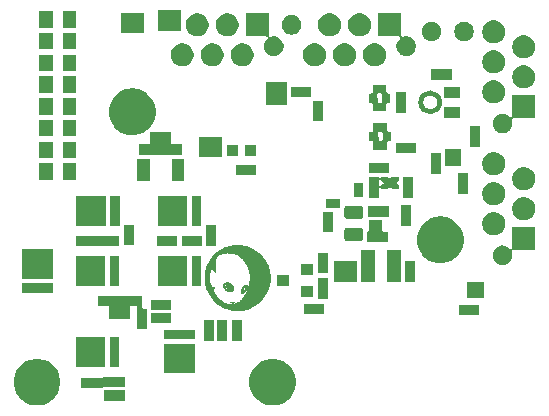
<source format=gbs>
G04 #@! TF.GenerationSoftware,KiCad,Pcbnew,5.0.2-bee76a0~70~ubuntu18.04.1*
G04 #@! TF.CreationDate,2018-12-08T03:17:05+01:00*
G04 #@! TF.ProjectId,Roboy_motorboard,526f626f-795f-46d6-9f74-6f72626f6172,rev?*
G04 #@! TF.SameCoordinates,Original*
G04 #@! TF.FileFunction,Soldermask,Bot*
G04 #@! TF.FilePolarity,Negative*
%FSLAX46Y46*%
G04 Gerber Fmt 4.6, Leading zero omitted, Abs format (unit mm)*
G04 Created by KiCad (PCBNEW 5.0.2-bee76a0~70~ubuntu18.04.1) date Sat 08 Dec 2018 03:17:05 CET*
%MOMM*%
%LPD*%
G01*
G04 APERTURE LIST*
%ADD10C,0.010000*%
%ADD11C,0.060000*%
%ADD12C,0.450000*%
%ADD13C,0.100000*%
G04 APERTURE END LIST*
D10*
G04 #@! TO.C,G\002A\002A\002A*
G36*
X114688589Y-100997658D02*
X114639697Y-100999034D01*
X114598209Y-101001227D01*
X114595752Y-101001404D01*
X114429270Y-101018617D01*
X114265144Y-101045619D01*
X114103737Y-101082236D01*
X113945411Y-101128297D01*
X113790530Y-101183628D01*
X113639455Y-101248056D01*
X113492549Y-101321410D01*
X113350176Y-101403515D01*
X113212696Y-101494199D01*
X113080474Y-101593290D01*
X112953872Y-101700614D01*
X112833252Y-101815999D01*
X112788512Y-101862506D01*
X112677612Y-101987802D01*
X112575148Y-102118680D01*
X112481234Y-102254894D01*
X112395986Y-102396197D01*
X112319515Y-102542344D01*
X112251936Y-102693091D01*
X112193363Y-102848190D01*
X112143910Y-103007396D01*
X112103690Y-103170465D01*
X112072816Y-103337149D01*
X112058973Y-103437580D01*
X112056312Y-103465614D01*
X112053944Y-103502158D01*
X112051893Y-103545565D01*
X112050182Y-103594188D01*
X112048832Y-103646379D01*
X112047869Y-103700493D01*
X112047313Y-103754881D01*
X112047190Y-103807898D01*
X112047521Y-103857897D01*
X112048329Y-103903229D01*
X112049638Y-103942250D01*
X112051471Y-103973311D01*
X112051479Y-103973409D01*
X112069575Y-104137738D01*
X112097477Y-104299947D01*
X112134976Y-104459636D01*
X112181863Y-104616405D01*
X112237932Y-104769853D01*
X112302974Y-104919580D01*
X112376780Y-105065186D01*
X112459142Y-105206271D01*
X112549853Y-105342433D01*
X112648705Y-105473273D01*
X112755488Y-105598391D01*
X112869995Y-105717385D01*
X112992018Y-105829856D01*
X113036173Y-105867365D01*
X113167661Y-105970164D01*
X113304444Y-106064370D01*
X113446180Y-106149844D01*
X113592525Y-106226444D01*
X113743137Y-106294030D01*
X113897672Y-106352462D01*
X114055787Y-106401599D01*
X114217139Y-106441300D01*
X114381385Y-106471425D01*
X114548182Y-106491834D01*
X114563780Y-106493230D01*
X114595395Y-106495421D01*
X114634727Y-106497283D01*
X114679663Y-106498791D01*
X114728091Y-106499916D01*
X114777898Y-106500634D01*
X114826971Y-106500917D01*
X114873198Y-106500740D01*
X114914466Y-106500076D01*
X114948662Y-106498899D01*
X114961306Y-106498187D01*
X115130938Y-106482042D01*
X115297622Y-106456308D01*
X115461092Y-106421099D01*
X115621084Y-106376529D01*
X115777333Y-106322712D01*
X115929573Y-106259763D01*
X116077539Y-106187796D01*
X116220967Y-106106925D01*
X116359592Y-106017265D01*
X116493148Y-105918929D01*
X116621370Y-105812031D01*
X116682731Y-105756036D01*
X116801121Y-105637867D01*
X116911521Y-105513571D01*
X117013759Y-105383510D01*
X117107662Y-105248048D01*
X117193057Y-105107546D01*
X117269771Y-104962369D01*
X117337630Y-104812880D01*
X117396463Y-104659441D01*
X117446096Y-104502416D01*
X117486356Y-104342168D01*
X117517070Y-104179060D01*
X117538065Y-104013454D01*
X117543516Y-103949168D01*
X117545765Y-103908243D01*
X117547194Y-103859784D01*
X117547842Y-103805741D01*
X117547746Y-103748065D01*
X117547155Y-103704280D01*
X115864134Y-103704280D01*
X115863913Y-103764867D01*
X115863200Y-103817255D01*
X115861846Y-103863398D01*
X115859704Y-103905249D01*
X115856624Y-103944763D01*
X115852459Y-103983895D01*
X115847061Y-104024598D01*
X115840281Y-104068827D01*
X115833317Y-104110680D01*
X115808679Y-104235767D01*
X115776828Y-104365784D01*
X115738356Y-104499155D01*
X115693854Y-104634306D01*
X115643915Y-104769660D01*
X115589131Y-104903644D01*
X115530093Y-105034683D01*
X115467395Y-105161201D01*
X115401627Y-105281623D01*
X115377862Y-105322260D01*
X115352150Y-105364150D01*
X115327608Y-105401070D01*
X115302542Y-105435163D01*
X115275261Y-105468577D01*
X115244073Y-105503455D01*
X115207286Y-105541944D01*
X115193763Y-105555668D01*
X115125461Y-105622063D01*
X115059968Y-105680339D01*
X114995820Y-105731594D01*
X114931555Y-105776927D01*
X114865708Y-105817436D01*
X114796817Y-105854220D01*
X114794375Y-105855432D01*
X114727135Y-105886631D01*
X114659477Y-105913591D01*
X114590182Y-105936574D01*
X114518028Y-105955841D01*
X114441792Y-105971653D01*
X114360254Y-105984271D01*
X114272193Y-105993955D01*
X114176386Y-106000968D01*
X114095699Y-106004743D01*
X114081532Y-106004065D01*
X114060826Y-106001605D01*
X114036958Y-105997805D01*
X114023654Y-105995295D01*
X113917874Y-105968969D01*
X113813773Y-105932724D01*
X113711260Y-105886520D01*
X113610241Y-105830316D01*
X113531285Y-105778715D01*
X113495052Y-105752443D01*
X113454144Y-105721048D01*
X113409995Y-105685764D01*
X113364036Y-105647826D01*
X113317701Y-105608467D01*
X113272423Y-105568921D01*
X113229635Y-105530423D01*
X113190770Y-105494207D01*
X113157260Y-105461506D01*
X113130643Y-105433669D01*
X113080922Y-105376571D01*
X113031974Y-105315833D01*
X112984658Y-105252772D01*
X112939832Y-105188702D01*
X112898354Y-105124939D01*
X112861084Y-105062800D01*
X112828880Y-105003600D01*
X112802601Y-104948654D01*
X112784453Y-104903160D01*
X112772834Y-104866683D01*
X112766331Y-104836920D01*
X112764709Y-104811946D01*
X112767734Y-104789838D01*
X112769771Y-104782655D01*
X112778101Y-104749183D01*
X112784826Y-104705850D01*
X112789955Y-104652582D01*
X112791443Y-104630480D01*
X112793086Y-104607285D01*
X112794909Y-104587827D01*
X112796673Y-104574354D01*
X112783240Y-104580580D01*
X112742600Y-104583120D01*
X112712120Y-104580580D01*
X112686720Y-104567880D01*
X112663860Y-104547560D01*
X112646080Y-104527240D01*
X112623220Y-104499300D01*
X112590200Y-104453580D01*
X112539400Y-104385000D01*
X112503840Y-104308800D01*
X112447960Y-104143700D01*
X112404780Y-103970980D01*
X112376840Y-103805880D01*
X112384460Y-103676340D01*
X112397160Y-103511240D01*
X112425100Y-103343600D01*
X112465740Y-103175960D01*
X112503840Y-103061660D01*
X112526700Y-103013400D01*
X112550000Y-102990000D01*
X112574960Y-102975300D01*
X112620680Y-102967680D01*
X112671480Y-102967680D01*
X112700000Y-102980000D01*
X112720000Y-102990000D01*
X112750000Y-103020000D01*
X112790000Y-103070000D01*
X112850000Y-103190000D01*
X112882144Y-103292298D01*
X112882370Y-103282994D01*
X112883008Y-103275817D01*
X112883727Y-103259339D01*
X112884510Y-103234422D01*
X112885338Y-103201926D01*
X112886193Y-103162708D01*
X112887057Y-103117631D01*
X112887913Y-103067553D01*
X112888742Y-103013335D01*
X112889526Y-102955836D01*
X112889976Y-102919420D01*
X112890901Y-102844866D01*
X112891822Y-102779436D01*
X112892791Y-102722094D01*
X112893857Y-102671802D01*
X112895072Y-102627525D01*
X112896486Y-102588228D01*
X112898149Y-102552872D01*
X112900114Y-102520422D01*
X112902430Y-102489843D01*
X112905147Y-102460097D01*
X112908318Y-102430148D01*
X112911991Y-102398961D01*
X112916219Y-102365498D01*
X112917585Y-102354995D01*
X112926550Y-102292533D01*
X112937363Y-102227182D01*
X112949337Y-102162772D01*
X112961784Y-102103131D01*
X112966799Y-102081220D01*
X112972806Y-102055740D01*
X112978141Y-102033078D01*
X112982281Y-102015465D01*
X112984700Y-102005135D01*
X112984901Y-102004273D01*
X112990486Y-101994596D01*
X113003230Y-101980140D01*
X113021941Y-101961912D01*
X113045427Y-101940920D01*
X113072495Y-101918170D01*
X113101953Y-101894671D01*
X113132609Y-101871430D01*
X113163271Y-101849454D01*
X113187100Y-101833398D01*
X113280337Y-101778561D01*
X113379634Y-101731665D01*
X113485115Y-101692665D01*
X113596901Y-101661515D01*
X113715115Y-101638173D01*
X113725580Y-101636529D01*
X113770203Y-101630994D01*
X113822454Y-101626733D01*
X113879877Y-101623789D01*
X113940016Y-101622208D01*
X114000413Y-101622036D01*
X114058611Y-101623316D01*
X114112154Y-101626094D01*
X114144680Y-101628864D01*
X114281695Y-101646876D01*
X114413111Y-101672248D01*
X114538626Y-101704863D01*
X114657935Y-101744607D01*
X114770738Y-101791362D01*
X114876730Y-101845014D01*
X114975609Y-101905447D01*
X115067072Y-101972544D01*
X115087693Y-101989465D01*
X115120882Y-102018484D01*
X115153274Y-102049428D01*
X115186365Y-102083870D01*
X115221651Y-102123378D01*
X115260628Y-102169524D01*
X115269483Y-102180280D01*
X115373094Y-102312732D01*
X115466621Y-102445187D01*
X115550142Y-102577797D01*
X115623732Y-102710716D01*
X115687467Y-102844098D01*
X115741423Y-102978098D01*
X115785676Y-103112867D01*
X115820303Y-103248561D01*
X115835661Y-103325820D01*
X115843138Y-103368964D01*
X115849213Y-103407561D01*
X115854025Y-103443452D01*
X115857713Y-103478477D01*
X115860415Y-103514477D01*
X115862270Y-103553291D01*
X115863415Y-103596762D01*
X115863991Y-103646729D01*
X115864134Y-103704280D01*
X117547155Y-103704280D01*
X117546944Y-103688704D01*
X117545474Y-103629611D01*
X117543376Y-103572735D01*
X117540686Y-103520027D01*
X117537444Y-103473437D01*
X117533686Y-103434915D01*
X117533418Y-103432680D01*
X117507944Y-103263148D01*
X117473272Y-103097926D01*
X117429371Y-102936938D01*
X117376208Y-102780112D01*
X117313751Y-102627374D01*
X117241970Y-102478650D01*
X117160831Y-102333866D01*
X117070303Y-102192948D01*
X116970354Y-102055822D01*
X116902843Y-101971718D01*
X116877746Y-101942734D01*
X116846540Y-101908564D01*
X116810746Y-101870728D01*
X116771884Y-101830747D01*
X116731477Y-101790143D01*
X116691045Y-101750438D01*
X116652110Y-101713151D01*
X116616192Y-101679805D01*
X116584814Y-101651920D01*
X116573202Y-101642077D01*
X116456874Y-101549763D01*
X116339865Y-101466075D01*
X116220014Y-101389586D01*
X116095164Y-101318870D01*
X116042060Y-101291230D01*
X115896799Y-101222517D01*
X115749547Y-101163076D01*
X115599455Y-101112650D01*
X115445676Y-101070984D01*
X115287360Y-101037823D01*
X115123658Y-101012911D01*
X115112240Y-101011502D01*
X115074326Y-101007711D01*
X115028213Y-101004433D01*
X114975852Y-101001705D01*
X114919194Y-100999566D01*
X114860188Y-100998054D01*
X114800785Y-100997206D01*
X114742935Y-100997062D01*
X114688589Y-100997658D01*
X114688589Y-100997658D01*
G37*
X114688589Y-100997658D02*
X114639697Y-100999034D01*
X114598209Y-101001227D01*
X114595752Y-101001404D01*
X114429270Y-101018617D01*
X114265144Y-101045619D01*
X114103737Y-101082236D01*
X113945411Y-101128297D01*
X113790530Y-101183628D01*
X113639455Y-101248056D01*
X113492549Y-101321410D01*
X113350176Y-101403515D01*
X113212696Y-101494199D01*
X113080474Y-101593290D01*
X112953872Y-101700614D01*
X112833252Y-101815999D01*
X112788512Y-101862506D01*
X112677612Y-101987802D01*
X112575148Y-102118680D01*
X112481234Y-102254894D01*
X112395986Y-102396197D01*
X112319515Y-102542344D01*
X112251936Y-102693091D01*
X112193363Y-102848190D01*
X112143910Y-103007396D01*
X112103690Y-103170465D01*
X112072816Y-103337149D01*
X112058973Y-103437580D01*
X112056312Y-103465614D01*
X112053944Y-103502158D01*
X112051893Y-103545565D01*
X112050182Y-103594188D01*
X112048832Y-103646379D01*
X112047869Y-103700493D01*
X112047313Y-103754881D01*
X112047190Y-103807898D01*
X112047521Y-103857897D01*
X112048329Y-103903229D01*
X112049638Y-103942250D01*
X112051471Y-103973311D01*
X112051479Y-103973409D01*
X112069575Y-104137738D01*
X112097477Y-104299947D01*
X112134976Y-104459636D01*
X112181863Y-104616405D01*
X112237932Y-104769853D01*
X112302974Y-104919580D01*
X112376780Y-105065186D01*
X112459142Y-105206271D01*
X112549853Y-105342433D01*
X112648705Y-105473273D01*
X112755488Y-105598391D01*
X112869995Y-105717385D01*
X112992018Y-105829856D01*
X113036173Y-105867365D01*
X113167661Y-105970164D01*
X113304444Y-106064370D01*
X113446180Y-106149844D01*
X113592525Y-106226444D01*
X113743137Y-106294030D01*
X113897672Y-106352462D01*
X114055787Y-106401599D01*
X114217139Y-106441300D01*
X114381385Y-106471425D01*
X114548182Y-106491834D01*
X114563780Y-106493230D01*
X114595395Y-106495421D01*
X114634727Y-106497283D01*
X114679663Y-106498791D01*
X114728091Y-106499916D01*
X114777898Y-106500634D01*
X114826971Y-106500917D01*
X114873198Y-106500740D01*
X114914466Y-106500076D01*
X114948662Y-106498899D01*
X114961306Y-106498187D01*
X115130938Y-106482042D01*
X115297622Y-106456308D01*
X115461092Y-106421099D01*
X115621084Y-106376529D01*
X115777333Y-106322712D01*
X115929573Y-106259763D01*
X116077539Y-106187796D01*
X116220967Y-106106925D01*
X116359592Y-106017265D01*
X116493148Y-105918929D01*
X116621370Y-105812031D01*
X116682731Y-105756036D01*
X116801121Y-105637867D01*
X116911521Y-105513571D01*
X117013759Y-105383510D01*
X117107662Y-105248048D01*
X117193057Y-105107546D01*
X117269771Y-104962369D01*
X117337630Y-104812880D01*
X117396463Y-104659441D01*
X117446096Y-104502416D01*
X117486356Y-104342168D01*
X117517070Y-104179060D01*
X117538065Y-104013454D01*
X117543516Y-103949168D01*
X117545765Y-103908243D01*
X117547194Y-103859784D01*
X117547842Y-103805741D01*
X117547746Y-103748065D01*
X117547155Y-103704280D01*
X115864134Y-103704280D01*
X115863913Y-103764867D01*
X115863200Y-103817255D01*
X115861846Y-103863398D01*
X115859704Y-103905249D01*
X115856624Y-103944763D01*
X115852459Y-103983895D01*
X115847061Y-104024598D01*
X115840281Y-104068827D01*
X115833317Y-104110680D01*
X115808679Y-104235767D01*
X115776828Y-104365784D01*
X115738356Y-104499155D01*
X115693854Y-104634306D01*
X115643915Y-104769660D01*
X115589131Y-104903644D01*
X115530093Y-105034683D01*
X115467395Y-105161201D01*
X115401627Y-105281623D01*
X115377862Y-105322260D01*
X115352150Y-105364150D01*
X115327608Y-105401070D01*
X115302542Y-105435163D01*
X115275261Y-105468577D01*
X115244073Y-105503455D01*
X115207286Y-105541944D01*
X115193763Y-105555668D01*
X115125461Y-105622063D01*
X115059968Y-105680339D01*
X114995820Y-105731594D01*
X114931555Y-105776927D01*
X114865708Y-105817436D01*
X114796817Y-105854220D01*
X114794375Y-105855432D01*
X114727135Y-105886631D01*
X114659477Y-105913591D01*
X114590182Y-105936574D01*
X114518028Y-105955841D01*
X114441792Y-105971653D01*
X114360254Y-105984271D01*
X114272193Y-105993955D01*
X114176386Y-106000968D01*
X114095699Y-106004743D01*
X114081532Y-106004065D01*
X114060826Y-106001605D01*
X114036958Y-105997805D01*
X114023654Y-105995295D01*
X113917874Y-105968969D01*
X113813773Y-105932724D01*
X113711260Y-105886520D01*
X113610241Y-105830316D01*
X113531285Y-105778715D01*
X113495052Y-105752443D01*
X113454144Y-105721048D01*
X113409995Y-105685764D01*
X113364036Y-105647826D01*
X113317701Y-105608467D01*
X113272423Y-105568921D01*
X113229635Y-105530423D01*
X113190770Y-105494207D01*
X113157260Y-105461506D01*
X113130643Y-105433669D01*
X113080922Y-105376571D01*
X113031974Y-105315833D01*
X112984658Y-105252772D01*
X112939832Y-105188702D01*
X112898354Y-105124939D01*
X112861084Y-105062800D01*
X112828880Y-105003600D01*
X112802601Y-104948654D01*
X112784453Y-104903160D01*
X112772834Y-104866683D01*
X112766331Y-104836920D01*
X112764709Y-104811946D01*
X112767734Y-104789838D01*
X112769771Y-104782655D01*
X112778101Y-104749183D01*
X112784826Y-104705850D01*
X112789955Y-104652582D01*
X112791443Y-104630480D01*
X112793086Y-104607285D01*
X112794909Y-104587827D01*
X112796673Y-104574354D01*
X112783240Y-104580580D01*
X112742600Y-104583120D01*
X112712120Y-104580580D01*
X112686720Y-104567880D01*
X112663860Y-104547560D01*
X112646080Y-104527240D01*
X112623220Y-104499300D01*
X112590200Y-104453580D01*
X112539400Y-104385000D01*
X112503840Y-104308800D01*
X112447960Y-104143700D01*
X112404780Y-103970980D01*
X112376840Y-103805880D01*
X112384460Y-103676340D01*
X112397160Y-103511240D01*
X112425100Y-103343600D01*
X112465740Y-103175960D01*
X112503840Y-103061660D01*
X112526700Y-103013400D01*
X112550000Y-102990000D01*
X112574960Y-102975300D01*
X112620680Y-102967680D01*
X112671480Y-102967680D01*
X112700000Y-102980000D01*
X112720000Y-102990000D01*
X112750000Y-103020000D01*
X112790000Y-103070000D01*
X112850000Y-103190000D01*
X112882144Y-103292298D01*
X112882370Y-103282994D01*
X112883008Y-103275817D01*
X112883727Y-103259339D01*
X112884510Y-103234422D01*
X112885338Y-103201926D01*
X112886193Y-103162708D01*
X112887057Y-103117631D01*
X112887913Y-103067553D01*
X112888742Y-103013335D01*
X112889526Y-102955836D01*
X112889976Y-102919420D01*
X112890901Y-102844866D01*
X112891822Y-102779436D01*
X112892791Y-102722094D01*
X112893857Y-102671802D01*
X112895072Y-102627525D01*
X112896486Y-102588228D01*
X112898149Y-102552872D01*
X112900114Y-102520422D01*
X112902430Y-102489843D01*
X112905147Y-102460097D01*
X112908318Y-102430148D01*
X112911991Y-102398961D01*
X112916219Y-102365498D01*
X112917585Y-102354995D01*
X112926550Y-102292533D01*
X112937363Y-102227182D01*
X112949337Y-102162772D01*
X112961784Y-102103131D01*
X112966799Y-102081220D01*
X112972806Y-102055740D01*
X112978141Y-102033078D01*
X112982281Y-102015465D01*
X112984700Y-102005135D01*
X112984901Y-102004273D01*
X112990486Y-101994596D01*
X113003230Y-101980140D01*
X113021941Y-101961912D01*
X113045427Y-101940920D01*
X113072495Y-101918170D01*
X113101953Y-101894671D01*
X113132609Y-101871430D01*
X113163271Y-101849454D01*
X113187100Y-101833398D01*
X113280337Y-101778561D01*
X113379634Y-101731665D01*
X113485115Y-101692665D01*
X113596901Y-101661515D01*
X113715115Y-101638173D01*
X113725580Y-101636529D01*
X113770203Y-101630994D01*
X113822454Y-101626733D01*
X113879877Y-101623789D01*
X113940016Y-101622208D01*
X114000413Y-101622036D01*
X114058611Y-101623316D01*
X114112154Y-101626094D01*
X114144680Y-101628864D01*
X114281695Y-101646876D01*
X114413111Y-101672248D01*
X114538626Y-101704863D01*
X114657935Y-101744607D01*
X114770738Y-101791362D01*
X114876730Y-101845014D01*
X114975609Y-101905447D01*
X115067072Y-101972544D01*
X115087693Y-101989465D01*
X115120882Y-102018484D01*
X115153274Y-102049428D01*
X115186365Y-102083870D01*
X115221651Y-102123378D01*
X115260628Y-102169524D01*
X115269483Y-102180280D01*
X115373094Y-102312732D01*
X115466621Y-102445187D01*
X115550142Y-102577797D01*
X115623732Y-102710716D01*
X115687467Y-102844098D01*
X115741423Y-102978098D01*
X115785676Y-103112867D01*
X115820303Y-103248561D01*
X115835661Y-103325820D01*
X115843138Y-103368964D01*
X115849213Y-103407561D01*
X115854025Y-103443452D01*
X115857713Y-103478477D01*
X115860415Y-103514477D01*
X115862270Y-103553291D01*
X115863415Y-103596762D01*
X115863991Y-103646729D01*
X115864134Y-103704280D01*
X117547155Y-103704280D01*
X117546944Y-103688704D01*
X117545474Y-103629611D01*
X117543376Y-103572735D01*
X117540686Y-103520027D01*
X117537444Y-103473437D01*
X117533686Y-103434915D01*
X117533418Y-103432680D01*
X117507944Y-103263148D01*
X117473272Y-103097926D01*
X117429371Y-102936938D01*
X117376208Y-102780112D01*
X117313751Y-102627374D01*
X117241970Y-102478650D01*
X117160831Y-102333866D01*
X117070303Y-102192948D01*
X116970354Y-102055822D01*
X116902843Y-101971718D01*
X116877746Y-101942734D01*
X116846540Y-101908564D01*
X116810746Y-101870728D01*
X116771884Y-101830747D01*
X116731477Y-101790143D01*
X116691045Y-101750438D01*
X116652110Y-101713151D01*
X116616192Y-101679805D01*
X116584814Y-101651920D01*
X116573202Y-101642077D01*
X116456874Y-101549763D01*
X116339865Y-101466075D01*
X116220014Y-101389586D01*
X116095164Y-101318870D01*
X116042060Y-101291230D01*
X115896799Y-101222517D01*
X115749547Y-101163076D01*
X115599455Y-101112650D01*
X115445676Y-101070984D01*
X115287360Y-101037823D01*
X115123658Y-101012911D01*
X115112240Y-101011502D01*
X115074326Y-101007711D01*
X115028213Y-101004433D01*
X114975852Y-101001705D01*
X114919194Y-100999566D01*
X114860188Y-100998054D01*
X114800785Y-100997206D01*
X114742935Y-100997062D01*
X114688589Y-100997658D01*
G36*
X115275534Y-104679926D02*
X115260446Y-104691333D01*
X115258211Y-104693610D01*
X115242003Y-104714076D01*
X115228697Y-104737188D01*
X115218605Y-104761348D01*
X115212039Y-104784960D01*
X115209309Y-104806426D01*
X115210726Y-104824150D01*
X115216603Y-104836535D01*
X115227250Y-104841983D01*
X115229260Y-104842103D01*
X115236681Y-104839690D01*
X115248182Y-104833702D01*
X115249903Y-104832671D01*
X115266901Y-104817908D01*
X115282633Y-104796401D01*
X115296083Y-104770683D01*
X115306236Y-104743289D01*
X115312079Y-104716754D01*
X115312595Y-104693613D01*
X115309997Y-104682595D01*
X115302578Y-104675074D01*
X115290334Y-104674345D01*
X115275534Y-104679926D01*
X115275534Y-104679926D01*
G37*
X115275534Y-104679926D02*
X115260446Y-104691333D01*
X115258211Y-104693610D01*
X115242003Y-104714076D01*
X115228697Y-104737188D01*
X115218605Y-104761348D01*
X115212039Y-104784960D01*
X115209309Y-104806426D01*
X115210726Y-104824150D01*
X115216603Y-104836535D01*
X115227250Y-104841983D01*
X115229260Y-104842103D01*
X115236681Y-104839690D01*
X115248182Y-104833702D01*
X115249903Y-104832671D01*
X115266901Y-104817908D01*
X115282633Y-104796401D01*
X115296083Y-104770683D01*
X115306236Y-104743289D01*
X115312079Y-104716754D01*
X115312595Y-104693613D01*
X115309997Y-104682595D01*
X115302578Y-104675074D01*
X115290334Y-104674345D01*
X115275534Y-104679926D01*
G36*
X113836333Y-104401102D02*
X113823256Y-104404493D01*
X113811952Y-104411622D01*
X113809608Y-104413545D01*
X113790308Y-104435382D01*
X113780381Y-104459859D01*
X113780074Y-104485768D01*
X113789559Y-104511765D01*
X113803988Y-104530859D01*
X113822463Y-104542325D01*
X113846976Y-104547210D01*
X113857772Y-104547560D01*
X113875171Y-104546947D01*
X113886845Y-104543934D01*
X113897206Y-104536758D01*
X113906097Y-104528259D01*
X113922722Y-104505369D01*
X113930064Y-104480434D01*
X113928168Y-104455206D01*
X113917081Y-104431436D01*
X113903141Y-104415951D01*
X113891287Y-104406754D01*
X113879970Y-104402033D01*
X113864870Y-104400369D01*
X113855333Y-104400240D01*
X113836333Y-104401102D01*
X113836333Y-104401102D01*
G37*
X113836333Y-104401102D02*
X113823256Y-104404493D01*
X113811952Y-104411622D01*
X113809608Y-104413545D01*
X113790308Y-104435382D01*
X113780381Y-104459859D01*
X113780074Y-104485768D01*
X113789559Y-104511765D01*
X113803988Y-104530859D01*
X113822463Y-104542325D01*
X113846976Y-104547210D01*
X113857772Y-104547560D01*
X113875171Y-104546947D01*
X113886845Y-104543934D01*
X113897206Y-104536758D01*
X113906097Y-104528259D01*
X113922722Y-104505369D01*
X113930064Y-104480434D01*
X113928168Y-104455206D01*
X113917081Y-104431436D01*
X113903141Y-104415951D01*
X113891287Y-104406754D01*
X113879970Y-104402033D01*
X113864870Y-104400369D01*
X113855333Y-104400240D01*
X113836333Y-104401102D01*
G36*
X113881577Y-104151777D02*
X113843737Y-104155066D01*
X113823241Y-104158897D01*
X113771610Y-104175874D01*
X113726940Y-104199654D01*
X113689354Y-104229527D01*
X113658976Y-104264781D01*
X113635929Y-104304703D01*
X113620339Y-104348583D01*
X113612328Y-104395708D01*
X113612020Y-104445366D01*
X113619539Y-104496846D01*
X113635010Y-104549436D01*
X113658555Y-104602424D01*
X113690299Y-104655099D01*
X113728331Y-104704398D01*
X113777976Y-104755506D01*
X113832966Y-104800255D01*
X113892137Y-104838142D01*
X113954322Y-104868666D01*
X114018355Y-104891325D01*
X114083071Y-104905617D01*
X114147305Y-104911041D01*
X114201782Y-104908169D01*
X114256607Y-104897107D01*
X114305703Y-104878036D01*
X114348629Y-104851148D01*
X114367113Y-104835333D01*
X114398860Y-104801436D01*
X114422000Y-104766962D01*
X114437882Y-104729320D01*
X114447859Y-104685916D01*
X114449014Y-104678145D01*
X114451574Y-104623755D01*
X114444714Y-104568691D01*
X114429066Y-104513752D01*
X114415725Y-104483475D01*
X114050836Y-104483475D01*
X114048455Y-104505112D01*
X114035494Y-104549304D01*
X114014311Y-104588657D01*
X113985802Y-104622122D01*
X113950863Y-104648653D01*
X113910390Y-104667204D01*
X113909547Y-104667481D01*
X113889589Y-104671460D01*
X113862539Y-104673152D01*
X113844316Y-104672976D01*
X113820062Y-104671571D01*
X113801676Y-104668634D01*
X113784878Y-104663176D01*
X113767310Y-104655155D01*
X113730321Y-104631788D01*
X113699718Y-104601948D01*
X113676246Y-104567048D01*
X113660651Y-104528504D01*
X113653678Y-104487728D01*
X113656075Y-104446134D01*
X113656330Y-104444722D01*
X113669034Y-104402824D01*
X113690356Y-104364438D01*
X113719015Y-104331215D01*
X113753730Y-104304806D01*
X113772555Y-104294858D01*
X113802482Y-104285350D01*
X113837604Y-104280786D01*
X113874210Y-104281225D01*
X113908587Y-104286724D01*
X113926469Y-104292426D01*
X113961617Y-104311486D01*
X113992309Y-104337944D01*
X114017560Y-104370087D01*
X114036387Y-104406199D01*
X114047807Y-104444567D01*
X114050836Y-104483475D01*
X114415725Y-104483475D01*
X114405264Y-104459736D01*
X114373939Y-104407441D01*
X114335726Y-104357666D01*
X114291255Y-104311207D01*
X114241160Y-104268864D01*
X114186074Y-104231434D01*
X114126630Y-104199716D01*
X114063459Y-104174507D01*
X114045114Y-104168701D01*
X114008737Y-104160238D01*
X113967243Y-104154503D01*
X113923801Y-104151636D01*
X113881577Y-104151777D01*
X113881577Y-104151777D01*
G37*
X113881577Y-104151777D02*
X113843737Y-104155066D01*
X113823241Y-104158897D01*
X113771610Y-104175874D01*
X113726940Y-104199654D01*
X113689354Y-104229527D01*
X113658976Y-104264781D01*
X113635929Y-104304703D01*
X113620339Y-104348583D01*
X113612328Y-104395708D01*
X113612020Y-104445366D01*
X113619539Y-104496846D01*
X113635010Y-104549436D01*
X113658555Y-104602424D01*
X113690299Y-104655099D01*
X113728331Y-104704398D01*
X113777976Y-104755506D01*
X113832966Y-104800255D01*
X113892137Y-104838142D01*
X113954322Y-104868666D01*
X114018355Y-104891325D01*
X114083071Y-104905617D01*
X114147305Y-104911041D01*
X114201782Y-104908169D01*
X114256607Y-104897107D01*
X114305703Y-104878036D01*
X114348629Y-104851148D01*
X114367113Y-104835333D01*
X114398860Y-104801436D01*
X114422000Y-104766962D01*
X114437882Y-104729320D01*
X114447859Y-104685916D01*
X114449014Y-104678145D01*
X114451574Y-104623755D01*
X114444714Y-104568691D01*
X114429066Y-104513752D01*
X114415725Y-104483475D01*
X114050836Y-104483475D01*
X114048455Y-104505112D01*
X114035494Y-104549304D01*
X114014311Y-104588657D01*
X113985802Y-104622122D01*
X113950863Y-104648653D01*
X113910390Y-104667204D01*
X113909547Y-104667481D01*
X113889589Y-104671460D01*
X113862539Y-104673152D01*
X113844316Y-104672976D01*
X113820062Y-104671571D01*
X113801676Y-104668634D01*
X113784878Y-104663176D01*
X113767310Y-104655155D01*
X113730321Y-104631788D01*
X113699718Y-104601948D01*
X113676246Y-104567048D01*
X113660651Y-104528504D01*
X113653678Y-104487728D01*
X113656075Y-104446134D01*
X113656330Y-104444722D01*
X113669034Y-104402824D01*
X113690356Y-104364438D01*
X113719015Y-104331215D01*
X113753730Y-104304806D01*
X113772555Y-104294858D01*
X113802482Y-104285350D01*
X113837604Y-104280786D01*
X113874210Y-104281225D01*
X113908587Y-104286724D01*
X113926469Y-104292426D01*
X113961617Y-104311486D01*
X113992309Y-104337944D01*
X114017560Y-104370087D01*
X114036387Y-104406199D01*
X114047807Y-104444567D01*
X114050836Y-104483475D01*
X114415725Y-104483475D01*
X114405264Y-104459736D01*
X114373939Y-104407441D01*
X114335726Y-104357666D01*
X114291255Y-104311207D01*
X114241160Y-104268864D01*
X114186074Y-104231434D01*
X114126630Y-104199716D01*
X114063459Y-104174507D01*
X114045114Y-104168701D01*
X114008737Y-104160238D01*
X113967243Y-104154503D01*
X113923801Y-104151636D01*
X113881577Y-104151777D01*
G36*
X115506335Y-104342400D02*
X115488801Y-104344815D01*
X115472121Y-104350076D01*
X115453322Y-104358404D01*
X115403456Y-104386810D01*
X115353972Y-104424026D01*
X115305814Y-104468713D01*
X115259923Y-104519536D01*
X115217243Y-104575158D01*
X115178715Y-104634244D01*
X115145283Y-104695456D01*
X115117888Y-104757459D01*
X115097474Y-104818917D01*
X115084982Y-104878492D01*
X115084619Y-104881129D01*
X115081851Y-104924196D01*
X115085544Y-104962257D01*
X115095407Y-104994427D01*
X115111147Y-105019822D01*
X115132475Y-105037556D01*
X115136813Y-105039832D01*
X115164781Y-105048318D01*
X115196591Y-105049581D01*
X115228811Y-105043488D01*
X115229260Y-105043346D01*
X115272797Y-105025057D01*
X115317730Y-104997842D01*
X115363119Y-104962665D01*
X115408024Y-104920487D01*
X115451505Y-104872272D01*
X115492622Y-104818982D01*
X115530435Y-104761579D01*
X115564004Y-104701026D01*
X115564460Y-104700119D01*
X115589819Y-104645845D01*
X115598289Y-104623574D01*
X115444716Y-104623574D01*
X115444457Y-104651315D01*
X115441879Y-104679311D01*
X115437433Y-104702702D01*
X115427593Y-104732865D01*
X115413001Y-104767156D01*
X115395465Y-104801944D01*
X115376792Y-104833596D01*
X115361618Y-104855022D01*
X115330105Y-104890806D01*
X115298848Y-104918895D01*
X115268494Y-104939000D01*
X115239691Y-104950834D01*
X115213087Y-104954109D01*
X115189330Y-104948538D01*
X115173867Y-104938466D01*
X115159233Y-104921999D01*
X115149981Y-104902003D01*
X115145394Y-104876313D01*
X115144598Y-104850316D01*
X115148416Y-104811085D01*
X115158413Y-104770767D01*
X115173735Y-104730451D01*
X115193534Y-104691228D01*
X115216958Y-104654188D01*
X115243156Y-104620421D01*
X115271277Y-104591018D01*
X115300471Y-104567069D01*
X115329887Y-104549664D01*
X115358674Y-104539894D01*
X115385981Y-104538849D01*
X115387479Y-104539075D01*
X115409774Y-104547610D01*
X115428130Y-104564429D01*
X115438195Y-104581686D01*
X115442635Y-104599295D01*
X115444716Y-104623574D01*
X115598289Y-104623574D01*
X115608495Y-104596742D01*
X115621044Y-104550850D01*
X115628020Y-104506209D01*
X115629976Y-104468820D01*
X115629853Y-104443734D01*
X115628644Y-104425780D01*
X115625892Y-104411950D01*
X115621139Y-104399235D01*
X115618557Y-104393751D01*
X115607788Y-104376421D01*
X115594329Y-104360733D01*
X115588529Y-104355651D01*
X115578226Y-104348608D01*
X115568127Y-104344452D01*
X115555061Y-104342443D01*
X115535855Y-104341838D01*
X115529359Y-104341820D01*
X115506335Y-104342400D01*
X115506335Y-104342400D01*
G37*
X115506335Y-104342400D02*
X115488801Y-104344815D01*
X115472121Y-104350076D01*
X115453322Y-104358404D01*
X115403456Y-104386810D01*
X115353972Y-104424026D01*
X115305814Y-104468713D01*
X115259923Y-104519536D01*
X115217243Y-104575158D01*
X115178715Y-104634244D01*
X115145283Y-104695456D01*
X115117888Y-104757459D01*
X115097474Y-104818917D01*
X115084982Y-104878492D01*
X115084619Y-104881129D01*
X115081851Y-104924196D01*
X115085544Y-104962257D01*
X115095407Y-104994427D01*
X115111147Y-105019822D01*
X115132475Y-105037556D01*
X115136813Y-105039832D01*
X115164781Y-105048318D01*
X115196591Y-105049581D01*
X115228811Y-105043488D01*
X115229260Y-105043346D01*
X115272797Y-105025057D01*
X115317730Y-104997842D01*
X115363119Y-104962665D01*
X115408024Y-104920487D01*
X115451505Y-104872272D01*
X115492622Y-104818982D01*
X115530435Y-104761579D01*
X115564004Y-104701026D01*
X115564460Y-104700119D01*
X115589819Y-104645845D01*
X115598289Y-104623574D01*
X115444716Y-104623574D01*
X115444457Y-104651315D01*
X115441879Y-104679311D01*
X115437433Y-104702702D01*
X115427593Y-104732865D01*
X115413001Y-104767156D01*
X115395465Y-104801944D01*
X115376792Y-104833596D01*
X115361618Y-104855022D01*
X115330105Y-104890806D01*
X115298848Y-104918895D01*
X115268494Y-104939000D01*
X115239691Y-104950834D01*
X115213087Y-104954109D01*
X115189330Y-104948538D01*
X115173867Y-104938466D01*
X115159233Y-104921999D01*
X115149981Y-104902003D01*
X115145394Y-104876313D01*
X115144598Y-104850316D01*
X115148416Y-104811085D01*
X115158413Y-104770767D01*
X115173735Y-104730451D01*
X115193534Y-104691228D01*
X115216958Y-104654188D01*
X115243156Y-104620421D01*
X115271277Y-104591018D01*
X115300471Y-104567069D01*
X115329887Y-104549664D01*
X115358674Y-104539894D01*
X115385981Y-104538849D01*
X115387479Y-104539075D01*
X115409774Y-104547610D01*
X115428130Y-104564429D01*
X115438195Y-104581686D01*
X115442635Y-104599295D01*
X115444716Y-104623574D01*
X115598289Y-104623574D01*
X115608495Y-104596742D01*
X115621044Y-104550850D01*
X115628020Y-104506209D01*
X115629976Y-104468820D01*
X115629853Y-104443734D01*
X115628644Y-104425780D01*
X115625892Y-104411950D01*
X115621139Y-104399235D01*
X115618557Y-104393751D01*
X115607788Y-104376421D01*
X115594329Y-104360733D01*
X115588529Y-104355651D01*
X115578226Y-104348608D01*
X115568127Y-104344452D01*
X115555061Y-104342443D01*
X115535855Y-104341838D01*
X115529359Y-104341820D01*
X115506335Y-104342400D01*
D11*
G36*
X114175308Y-105781830D02*
X114171116Y-105787238D01*
X114170158Y-105795434D01*
X114174576Y-105800854D01*
X114186625Y-105808710D01*
X114204345Y-105818093D01*
X114225775Y-105828090D01*
X114248954Y-105837791D01*
X114271922Y-105846284D01*
X114292718Y-105852659D01*
X114294083Y-105853013D01*
X114337144Y-105860486D01*
X114385639Y-105862860D01*
X114436215Y-105860138D01*
X114482500Y-105852965D01*
X114509800Y-105847186D01*
X114528691Y-105842973D01*
X114540714Y-105839840D01*
X114547412Y-105837302D01*
X114550327Y-105834876D01*
X114551001Y-105832076D01*
X114551003Y-105831433D01*
X114549974Y-105823727D01*
X114546102Y-105819084D01*
X114537860Y-105817369D01*
X114523724Y-105818449D01*
X114502168Y-105822190D01*
X114485040Y-105825657D01*
X114426078Y-105835109D01*
X114372612Y-105837441D01*
X114322688Y-105832442D01*
X114274354Y-105819901D01*
X114225658Y-105799609D01*
X114220779Y-105797188D01*
X114198793Y-105786758D01*
X114184085Y-105781654D01*
X114175308Y-105781830D01*
X114175308Y-105781830D01*
G37*
X114175308Y-105781830D02*
X114171116Y-105787238D01*
X114170158Y-105795434D01*
X114174576Y-105800854D01*
X114186625Y-105808710D01*
X114204345Y-105818093D01*
X114225775Y-105828090D01*
X114248954Y-105837791D01*
X114271922Y-105846284D01*
X114292718Y-105852659D01*
X114294083Y-105853013D01*
X114337144Y-105860486D01*
X114385639Y-105862860D01*
X114436215Y-105860138D01*
X114482500Y-105852965D01*
X114509800Y-105847186D01*
X114528691Y-105842973D01*
X114540714Y-105839840D01*
X114547412Y-105837302D01*
X114550327Y-105834876D01*
X114551001Y-105832076D01*
X114551003Y-105831433D01*
X114549974Y-105823727D01*
X114546102Y-105819084D01*
X114537860Y-105817369D01*
X114523724Y-105818449D01*
X114502168Y-105822190D01*
X114485040Y-105825657D01*
X114426078Y-105835109D01*
X114372612Y-105837441D01*
X114322688Y-105832442D01*
X114274354Y-105819901D01*
X114225658Y-105799609D01*
X114220779Y-105797188D01*
X114198793Y-105786758D01*
X114184085Y-105781654D01*
X114175308Y-105781830D01*
D12*
G04 #@! TO.C,U8*
X131945000Y-88910000D02*
G75*
G03X131945000Y-88910000I-805000J0D01*
G01*
D13*
G36*
X118376436Y-110699744D02*
X118736082Y-110848714D01*
X119057573Y-111063528D01*
X119059757Y-111064987D01*
X119335013Y-111340243D01*
X119335015Y-111340246D01*
X119551286Y-111663918D01*
X119700256Y-112023564D01*
X119776200Y-112405361D01*
X119776200Y-112794639D01*
X119700256Y-113176436D01*
X119551286Y-113536082D01*
X119336472Y-113857573D01*
X119335013Y-113859757D01*
X119059757Y-114135013D01*
X119059754Y-114135015D01*
X118736082Y-114351286D01*
X118376436Y-114500256D01*
X117994640Y-114576200D01*
X117605360Y-114576200D01*
X117223564Y-114500256D01*
X116863918Y-114351286D01*
X116540246Y-114135015D01*
X116540243Y-114135013D01*
X116264987Y-113859757D01*
X116263528Y-113857573D01*
X116048714Y-113536082D01*
X115899744Y-113176436D01*
X115823800Y-112794639D01*
X115823800Y-112405361D01*
X115899744Y-112023564D01*
X116048714Y-111663918D01*
X116264985Y-111340246D01*
X116264987Y-111340243D01*
X116540243Y-111064987D01*
X116542427Y-111063528D01*
X116863918Y-110848714D01*
X117223564Y-110699744D01*
X117605360Y-110623800D01*
X117994640Y-110623800D01*
X118376436Y-110699744D01*
X118376436Y-110699744D01*
G37*
G36*
X98426436Y-110699744D02*
X98786082Y-110848714D01*
X99107573Y-111063528D01*
X99109757Y-111064987D01*
X99385013Y-111340243D01*
X99385015Y-111340246D01*
X99601286Y-111663918D01*
X99750256Y-112023564D01*
X99826200Y-112405361D01*
X99826200Y-112794639D01*
X99750256Y-113176436D01*
X99601286Y-113536082D01*
X99386472Y-113857573D01*
X99385013Y-113859757D01*
X99109757Y-114135013D01*
X99109754Y-114135015D01*
X98786082Y-114351286D01*
X98426436Y-114500256D01*
X98044640Y-114576200D01*
X97655360Y-114576200D01*
X97273564Y-114500256D01*
X96913918Y-114351286D01*
X96590246Y-114135015D01*
X96590243Y-114135013D01*
X96314987Y-113859757D01*
X96313528Y-113857573D01*
X96098714Y-113536082D01*
X95949744Y-113176436D01*
X95873800Y-112794639D01*
X95873800Y-112405361D01*
X95949744Y-112023564D01*
X96098714Y-111663918D01*
X96314985Y-111340246D01*
X96314987Y-111340243D01*
X96590243Y-111064987D01*
X96592427Y-111063528D01*
X96913918Y-110848714D01*
X97273564Y-110699744D01*
X97655360Y-110623800D01*
X98044640Y-110623800D01*
X98426436Y-110699744D01*
X98426436Y-110699744D01*
G37*
G36*
X105270200Y-114154700D02*
X103517800Y-114154700D01*
X103517800Y-113302300D01*
X105270200Y-113302300D01*
X105270200Y-114154700D01*
X105270200Y-114154700D01*
G37*
G36*
X105270200Y-113011700D02*
X103490200Y-113011700D01*
X103465814Y-113014102D01*
X103442365Y-113021215D01*
X103420754Y-113032766D01*
X103401812Y-113048312D01*
X103386266Y-113067254D01*
X103382019Y-113075200D01*
X101612800Y-113075200D01*
X101612800Y-112222800D01*
X103392800Y-112222800D01*
X103417186Y-112220398D01*
X103440635Y-112213285D01*
X103462246Y-112201734D01*
X103481188Y-112186188D01*
X103496734Y-112167246D01*
X103500981Y-112159300D01*
X105270200Y-112159300D01*
X105270200Y-113011700D01*
X105270200Y-113011700D01*
G37*
G36*
X111207000Y-111536049D02*
X111204402Y-111544614D01*
X111202000Y-111569000D01*
X111202000Y-111864000D01*
X108609600Y-111864000D01*
X108609600Y-111569000D01*
X108607198Y-111544614D01*
X108604600Y-111536049D01*
X108604600Y-109391600D01*
X111207000Y-109391600D01*
X111207000Y-111536049D01*
X111207000Y-111536049D01*
G37*
G36*
X103588250Y-111341750D02*
X101443801Y-111341750D01*
X101435236Y-111339152D01*
X101410850Y-111336750D01*
X101115850Y-111336750D01*
X101115850Y-108744350D01*
X101410850Y-108744350D01*
X101435236Y-108741948D01*
X101443801Y-108739350D01*
X103588250Y-108739350D01*
X103588250Y-111341750D01*
X103588250Y-111341750D01*
G37*
G36*
X104778250Y-111336750D02*
X103995850Y-111336750D01*
X103995850Y-108744350D01*
X104778250Y-108744350D01*
X104778250Y-111336750D01*
X104778250Y-111336750D01*
G37*
G36*
X112826200Y-109126200D02*
X111973800Y-109126200D01*
X111973800Y-107373800D01*
X112826200Y-107373800D01*
X112826200Y-109126200D01*
X112826200Y-109126200D01*
G37*
G36*
X113976200Y-109126200D02*
X113123800Y-109126200D01*
X113123800Y-107373800D01*
X113976200Y-107373800D01*
X113976200Y-109126200D01*
X113976200Y-109126200D01*
G37*
G36*
X115176200Y-109126200D02*
X114323800Y-109126200D01*
X114323800Y-107373800D01*
X115176200Y-107373800D01*
X115176200Y-109126200D01*
X115176200Y-109126200D01*
G37*
G36*
X111202000Y-108984000D02*
X108609600Y-108984000D01*
X108609600Y-108201600D01*
X111202000Y-108201600D01*
X111202000Y-108984000D01*
X111202000Y-108984000D01*
G37*
G36*
X106746200Y-106248800D02*
X106748602Y-106273186D01*
X106755715Y-106296635D01*
X106767266Y-106318246D01*
X106782812Y-106337188D01*
X106801754Y-106352734D01*
X106823365Y-106364285D01*
X106846814Y-106371398D01*
X106871200Y-106373800D01*
X107196200Y-106373800D01*
X107196200Y-108126200D01*
X106343800Y-108126200D01*
X106343800Y-106281200D01*
X106341398Y-106256814D01*
X106334285Y-106233365D01*
X106322734Y-106211754D01*
X106307188Y-106192812D01*
X106288246Y-106177266D01*
X106266635Y-106165715D01*
X106243186Y-106158602D01*
X106218800Y-106156200D01*
X105851200Y-106156200D01*
X105826814Y-106158602D01*
X105803365Y-106165715D01*
X105781754Y-106177266D01*
X105762812Y-106192812D01*
X105747266Y-106211754D01*
X105735715Y-106233365D01*
X105728602Y-106256814D01*
X105726200Y-106281200D01*
X105726200Y-107226200D01*
X103973800Y-107226200D01*
X103973800Y-106281200D01*
X103971398Y-106256814D01*
X103964285Y-106233365D01*
X103952734Y-106211754D01*
X103937188Y-106192812D01*
X103918246Y-106177266D01*
X103896635Y-106165715D01*
X103873186Y-106158602D01*
X103848800Y-106156200D01*
X103033800Y-106156200D01*
X103033800Y-105303800D01*
X106746200Y-105303800D01*
X106746200Y-106248800D01*
X106746200Y-106248800D01*
G37*
G36*
X109211700Y-107626200D02*
X107459300Y-107626200D01*
X107459300Y-106773800D01*
X109211700Y-106773800D01*
X109211700Y-107626200D01*
X109211700Y-107626200D01*
G37*
G36*
X135306200Y-106886200D02*
X133553800Y-106886200D01*
X133553800Y-106033800D01*
X135306200Y-106033800D01*
X135306200Y-106886200D01*
X135306200Y-106886200D01*
G37*
G36*
X122176200Y-106826200D02*
X120423800Y-106826200D01*
X120423800Y-105973800D01*
X122176200Y-105973800D01*
X122176200Y-106826200D01*
X122176200Y-106826200D01*
G37*
G36*
X109211700Y-106476200D02*
X107459300Y-106476200D01*
X107459300Y-105623800D01*
X109211700Y-105623800D01*
X109211700Y-106476200D01*
X109211700Y-106476200D01*
G37*
G36*
X122476200Y-105576200D02*
X121623800Y-105576200D01*
X121623800Y-103823800D01*
X122476200Y-103823800D01*
X122476200Y-105576200D01*
X122476200Y-105576200D01*
G37*
G36*
X135676200Y-105496200D02*
X134223800Y-105496200D01*
X134223800Y-104103800D01*
X135676200Y-104103800D01*
X135676200Y-105496200D01*
X135676200Y-105496200D01*
G37*
G36*
X121226200Y-105426200D02*
X120173800Y-105426200D01*
X120173800Y-104473800D01*
X121226200Y-104473800D01*
X121226200Y-105426200D01*
X121226200Y-105426200D01*
G37*
G36*
X99213200Y-105018700D02*
X96620800Y-105018700D01*
X96620800Y-104236300D01*
X99213200Y-104236300D01*
X99213200Y-105018700D01*
X99213200Y-105018700D01*
G37*
G36*
X103600950Y-104496450D02*
X101456501Y-104496450D01*
X101447936Y-104493852D01*
X101423550Y-104491450D01*
X101128550Y-104491450D01*
X101128550Y-101899050D01*
X101423550Y-101899050D01*
X101447936Y-101896648D01*
X101456501Y-101894050D01*
X103600950Y-101894050D01*
X103600950Y-104496450D01*
X103600950Y-104496450D01*
G37*
G36*
X110585950Y-104496450D02*
X108441501Y-104496450D01*
X108432936Y-104493852D01*
X108408550Y-104491450D01*
X108113550Y-104491450D01*
X108113550Y-101899050D01*
X108408550Y-101899050D01*
X108432936Y-101896648D01*
X108441501Y-101894050D01*
X110585950Y-101894050D01*
X110585950Y-104496450D01*
X110585950Y-104496450D01*
G37*
G36*
X104790950Y-104491450D02*
X104008550Y-104491450D01*
X104008550Y-101899050D01*
X104790950Y-101899050D01*
X104790950Y-104491450D01*
X104790950Y-104491450D01*
G37*
G36*
X111775950Y-104491450D02*
X110993550Y-104491450D01*
X110993550Y-101899050D01*
X111775950Y-101899050D01*
X111775950Y-104491450D01*
X111775950Y-104491450D01*
G37*
G36*
X119226200Y-104476200D02*
X118173800Y-104476200D01*
X118173800Y-103523800D01*
X119226200Y-103523800D01*
X119226200Y-104476200D01*
X119226200Y-104476200D01*
G37*
G36*
X124926200Y-104126200D02*
X122973800Y-104126200D01*
X122973800Y-102373800D01*
X124926200Y-102373800D01*
X124926200Y-104126200D01*
X124926200Y-104126200D01*
G37*
G36*
X129876200Y-104126200D02*
X129023800Y-104126200D01*
X129023800Y-102373800D01*
X129876200Y-102373800D01*
X129876200Y-104126200D01*
X129876200Y-104126200D01*
G37*
G36*
X126456200Y-104101200D02*
X125243800Y-104101200D01*
X125243800Y-101398800D01*
X126456200Y-101398800D01*
X126456200Y-104101200D01*
X126456200Y-104101200D01*
G37*
G36*
X128656200Y-104101200D02*
X127443800Y-104101200D01*
X127443800Y-101398800D01*
X128656200Y-101398800D01*
X128656200Y-104101200D01*
X128656200Y-104101200D01*
G37*
G36*
X99213200Y-101651300D02*
X99215602Y-101675686D01*
X99218200Y-101684251D01*
X99218200Y-103828700D01*
X96615800Y-103828700D01*
X96615800Y-101684251D01*
X96618398Y-101675686D01*
X96620800Y-101651300D01*
X96620800Y-101356300D01*
X99213200Y-101356300D01*
X99213200Y-101651300D01*
X99213200Y-101651300D01*
G37*
G36*
X121226200Y-103526200D02*
X120173800Y-103526200D01*
X120173800Y-102573800D01*
X121226200Y-102573800D01*
X121226200Y-103526200D01*
X121226200Y-103526200D01*
G37*
G36*
X122476200Y-103376200D02*
X121623800Y-103376200D01*
X121623800Y-101623800D01*
X122476200Y-101623800D01*
X122476200Y-103376200D01*
X122476200Y-103376200D01*
G37*
G36*
X140026200Y-101426200D02*
X138155858Y-101426200D01*
X138131472Y-101428602D01*
X138108023Y-101435715D01*
X138086412Y-101447266D01*
X138067470Y-101462812D01*
X138051924Y-101481754D01*
X138040373Y-101503365D01*
X138033260Y-101526814D01*
X138030858Y-101551200D01*
X138033260Y-101575586D01*
X138040373Y-101599033D01*
X138044498Y-101608992D01*
X138057764Y-101675686D01*
X138076250Y-101768620D01*
X138076250Y-101931380D01*
X138044498Y-102091007D01*
X137982214Y-102241375D01*
X137891788Y-102376707D01*
X137776707Y-102491788D01*
X137641375Y-102582214D01*
X137553292Y-102618699D01*
X137491008Y-102644498D01*
X137411193Y-102660374D01*
X137331380Y-102676250D01*
X137168620Y-102676250D01*
X137088807Y-102660374D01*
X137008992Y-102644498D01*
X136946708Y-102618699D01*
X136858625Y-102582214D01*
X136723293Y-102491788D01*
X136608212Y-102376707D01*
X136517786Y-102241375D01*
X136455502Y-102091007D01*
X136423750Y-101931380D01*
X136423750Y-101768620D01*
X136442236Y-101675686D01*
X136455502Y-101608992D01*
X136481301Y-101546708D01*
X136517786Y-101458625D01*
X136608212Y-101323293D01*
X136723293Y-101208212D01*
X136858625Y-101117786D01*
X136965059Y-101073700D01*
X137008992Y-101055502D01*
X137088807Y-101039626D01*
X137168620Y-101023750D01*
X137331380Y-101023750D01*
X137411193Y-101039626D01*
X137491008Y-101055502D01*
X137534941Y-101073700D01*
X137641375Y-101117786D01*
X137776707Y-101208212D01*
X137860412Y-101291917D01*
X137879354Y-101307463D01*
X137900965Y-101319014D01*
X137924414Y-101326127D01*
X137948800Y-101328529D01*
X137973186Y-101326127D01*
X137996635Y-101319014D01*
X138018246Y-101307463D01*
X138037188Y-101291917D01*
X138052734Y-101272975D01*
X138064285Y-101251364D01*
X138071398Y-101227915D01*
X138073800Y-101203529D01*
X138073800Y-99473800D01*
X140026200Y-99473800D01*
X140026200Y-101426200D01*
X140026200Y-101426200D01*
G37*
G36*
X132323958Y-98599523D02*
X132576436Y-98649744D01*
X132936082Y-98798714D01*
X133126878Y-98926200D01*
X133259757Y-99014987D01*
X133535013Y-99290243D01*
X133535015Y-99290246D01*
X133751286Y-99613918D01*
X133900256Y-99973564D01*
X133976200Y-100355361D01*
X133976200Y-100744639D01*
X133900256Y-101126436D01*
X133751286Y-101486082D01*
X133562500Y-101768620D01*
X133535013Y-101809757D01*
X133259757Y-102085013D01*
X133259754Y-102085015D01*
X132936082Y-102301286D01*
X132576436Y-102450256D01*
X132194640Y-102526200D01*
X131805360Y-102526200D01*
X131614463Y-102488228D01*
X131423564Y-102450256D01*
X131063918Y-102301286D01*
X130740246Y-102085015D01*
X130740243Y-102085013D01*
X130464987Y-101809757D01*
X130437500Y-101768620D01*
X130248714Y-101486082D01*
X130099744Y-101126436D01*
X130023800Y-100744639D01*
X130023800Y-100355361D01*
X130099744Y-99973564D01*
X130248714Y-99613918D01*
X130464985Y-99290246D01*
X130464987Y-99290243D01*
X130740243Y-99014987D01*
X130873122Y-98926200D01*
X131063918Y-98798714D01*
X131423564Y-98649744D01*
X131676042Y-98599523D01*
X131805360Y-98573800D01*
X132194640Y-98573800D01*
X132323958Y-98599523D01*
X132323958Y-98599523D01*
G37*
G36*
X109741450Y-101081450D02*
X107989050Y-101081450D01*
X107989050Y-100229050D01*
X109741450Y-100229050D01*
X109741450Y-101081450D01*
X109741450Y-101081450D01*
G37*
G36*
X111836950Y-101081450D02*
X110084550Y-101081450D01*
X110084550Y-100229050D01*
X111836950Y-100229050D01*
X111836950Y-101081450D01*
X111836950Y-101081450D01*
G37*
G36*
X113026200Y-101076200D02*
X112173800Y-101076200D01*
X112173800Y-99323800D01*
X113026200Y-99323800D01*
X113026200Y-101076200D01*
X113026200Y-101076200D01*
G37*
G36*
X104825700Y-101073700D02*
X101168300Y-101073700D01*
X101168300Y-100221300D01*
X104825700Y-100221300D01*
X104825700Y-101073700D01*
X104825700Y-101073700D01*
G37*
G36*
X106090200Y-101015700D02*
X105237800Y-101015700D01*
X105237800Y-99263300D01*
X106090200Y-99263300D01*
X106090200Y-101015700D01*
X106090200Y-101015700D01*
G37*
G36*
X127076200Y-99748800D02*
X127078602Y-99773186D01*
X127085715Y-99796635D01*
X127097266Y-99818246D01*
X127112812Y-99837188D01*
X127131754Y-99852734D01*
X127153365Y-99864285D01*
X127176814Y-99871398D01*
X127201200Y-99873800D01*
X127526200Y-99873800D01*
X127526200Y-100726200D01*
X125773800Y-100726200D01*
X125773800Y-99873800D01*
X125798800Y-99873800D01*
X125823186Y-99871398D01*
X125846635Y-99864285D01*
X125868246Y-99852734D01*
X125887188Y-99837188D01*
X125902734Y-99818246D01*
X125914285Y-99796635D01*
X125921398Y-99773186D01*
X125923800Y-99748800D01*
X125923800Y-98873800D01*
X127076200Y-98873800D01*
X127076200Y-99748800D01*
X127076200Y-99748800D01*
G37*
G36*
X125249523Y-99528608D02*
X125290560Y-99541056D01*
X125328382Y-99561272D01*
X125361526Y-99588474D01*
X125388728Y-99621618D01*
X125408944Y-99659440D01*
X125421392Y-99700477D01*
X125426200Y-99749291D01*
X125426200Y-100425709D01*
X125421392Y-100474523D01*
X125408944Y-100515560D01*
X125388728Y-100553382D01*
X125361526Y-100586526D01*
X125328382Y-100613728D01*
X125290560Y-100633944D01*
X125249523Y-100646392D01*
X125200709Y-100651200D01*
X124099291Y-100651200D01*
X124050477Y-100646392D01*
X124009440Y-100633944D01*
X123971618Y-100613728D01*
X123938474Y-100586526D01*
X123911272Y-100553382D01*
X123891056Y-100515560D01*
X123878608Y-100474523D01*
X123873800Y-100425709D01*
X123873800Y-99749291D01*
X123878608Y-99700477D01*
X123891056Y-99659440D01*
X123911272Y-99621618D01*
X123938474Y-99588474D01*
X123971618Y-99561272D01*
X124009440Y-99541056D01*
X124050477Y-99528608D01*
X124099291Y-99523800D01*
X125200709Y-99523800D01*
X125249523Y-99528608D01*
X125249523Y-99528608D01*
G37*
G36*
X136794747Y-98241315D02*
X136972404Y-98314902D01*
X137132294Y-98421738D01*
X137268262Y-98557706D01*
X137375098Y-98717596D01*
X137448685Y-98895253D01*
X137486200Y-99083852D01*
X137486200Y-99276148D01*
X137448685Y-99464747D01*
X137375098Y-99642404D01*
X137268262Y-99802294D01*
X137132294Y-99938262D01*
X136972404Y-100045098D01*
X136794747Y-100118685D01*
X136606148Y-100156200D01*
X136413852Y-100156200D01*
X136225253Y-100118685D01*
X136047596Y-100045098D01*
X135887706Y-99938262D01*
X135751738Y-99802294D01*
X135644902Y-99642404D01*
X135571315Y-99464747D01*
X135533800Y-99276148D01*
X135533800Y-99083852D01*
X135571315Y-98895253D01*
X135644902Y-98717596D01*
X135751738Y-98557706D01*
X135887706Y-98421738D01*
X136047596Y-98314902D01*
X136225253Y-98241315D01*
X136413852Y-98203800D01*
X136606148Y-98203800D01*
X136794747Y-98241315D01*
X136794747Y-98241315D01*
G37*
G36*
X122926200Y-99926200D02*
X122073800Y-99926200D01*
X122073800Y-98173800D01*
X122926200Y-98173800D01*
X122926200Y-99926200D01*
X122926200Y-99926200D01*
G37*
G36*
X110585950Y-99416450D02*
X108441501Y-99416450D01*
X108432936Y-99413852D01*
X108408550Y-99411450D01*
X108113550Y-99411450D01*
X108113550Y-96819050D01*
X108408550Y-96819050D01*
X108432936Y-96816648D01*
X108441501Y-96814050D01*
X110585950Y-96814050D01*
X110585950Y-99416450D01*
X110585950Y-99416450D01*
G37*
G36*
X103664450Y-99416450D02*
X101520001Y-99416450D01*
X101511436Y-99413852D01*
X101487050Y-99411450D01*
X101192050Y-99411450D01*
X101192050Y-96819050D01*
X101487050Y-96819050D01*
X101511436Y-96816648D01*
X101520001Y-96814050D01*
X103664450Y-96814050D01*
X103664450Y-99416450D01*
X103664450Y-99416450D01*
G37*
G36*
X104854450Y-99411450D02*
X104072050Y-99411450D01*
X104072050Y-96819050D01*
X104854450Y-96819050D01*
X104854450Y-99411450D01*
X104854450Y-99411450D01*
G37*
G36*
X111775950Y-99411450D02*
X110993550Y-99411450D01*
X110993550Y-96819050D01*
X111775950Y-96819050D01*
X111775950Y-99411450D01*
X111775950Y-99411450D01*
G37*
G36*
X129526200Y-99376200D02*
X128673800Y-99376200D01*
X128673800Y-97623800D01*
X129526200Y-97623800D01*
X129526200Y-99376200D01*
X129526200Y-99376200D01*
G37*
G36*
X139334747Y-96971315D02*
X139512404Y-97044902D01*
X139672294Y-97151738D01*
X139808262Y-97287706D01*
X139915098Y-97447596D01*
X139988685Y-97625253D01*
X140026200Y-97813852D01*
X140026200Y-98006148D01*
X139988685Y-98194747D01*
X139915098Y-98372404D01*
X139808262Y-98532294D01*
X139672294Y-98668262D01*
X139512404Y-98775098D01*
X139334747Y-98848685D01*
X139146148Y-98886200D01*
X138953852Y-98886200D01*
X138765253Y-98848685D01*
X138587596Y-98775098D01*
X138427706Y-98668262D01*
X138291738Y-98532294D01*
X138184902Y-98372404D01*
X138111315Y-98194747D01*
X138073800Y-98006148D01*
X138073800Y-97813852D01*
X138111315Y-97625253D01*
X138184902Y-97447596D01*
X138291738Y-97287706D01*
X138427706Y-97151738D01*
X138587596Y-97044902D01*
X138765253Y-96971315D01*
X138953852Y-96933800D01*
X139146148Y-96933800D01*
X139334747Y-96971315D01*
X139334747Y-96971315D01*
G37*
G36*
X125249523Y-97653608D02*
X125290560Y-97666056D01*
X125328382Y-97686272D01*
X125361526Y-97713474D01*
X125388728Y-97746618D01*
X125408944Y-97784440D01*
X125421392Y-97825477D01*
X125426200Y-97874291D01*
X125426200Y-98550709D01*
X125421392Y-98599523D01*
X125408944Y-98640560D01*
X125388728Y-98678382D01*
X125361526Y-98711526D01*
X125328382Y-98738728D01*
X125290560Y-98758944D01*
X125249523Y-98771392D01*
X125200709Y-98776200D01*
X124099291Y-98776200D01*
X124050477Y-98771392D01*
X124009440Y-98758944D01*
X123971618Y-98738728D01*
X123938474Y-98711526D01*
X123911272Y-98678382D01*
X123891056Y-98640560D01*
X123878608Y-98599523D01*
X123873800Y-98550709D01*
X123873800Y-97874291D01*
X123878608Y-97825477D01*
X123891056Y-97784440D01*
X123911272Y-97746618D01*
X123938474Y-97713474D01*
X123971618Y-97686272D01*
X124009440Y-97666056D01*
X124050477Y-97653608D01*
X124099291Y-97648800D01*
X125200709Y-97648800D01*
X125249523Y-97653608D01*
X125249523Y-97653608D01*
G37*
G36*
X127626200Y-98576200D02*
X125873800Y-98576200D01*
X125873800Y-97723800D01*
X127626200Y-97723800D01*
X127626200Y-98576200D01*
X127626200Y-98576200D01*
G37*
G36*
X123476200Y-97826200D02*
X122323800Y-97826200D01*
X122323800Y-97073800D01*
X123476200Y-97073800D01*
X123476200Y-97826200D01*
X123476200Y-97826200D01*
G37*
G36*
X136794747Y-95701315D02*
X136972404Y-95774902D01*
X137132294Y-95881738D01*
X137268262Y-96017706D01*
X137375098Y-96177596D01*
X137448685Y-96355253D01*
X137486200Y-96543852D01*
X137486200Y-96736148D01*
X137448685Y-96924747D01*
X137375098Y-97102404D01*
X137268262Y-97262294D01*
X137132294Y-97398262D01*
X136972404Y-97505098D01*
X136794747Y-97578685D01*
X136606148Y-97616200D01*
X136413852Y-97616200D01*
X136225253Y-97578685D01*
X136047596Y-97505098D01*
X135887706Y-97398262D01*
X135751738Y-97262294D01*
X135644902Y-97102404D01*
X135571315Y-96924747D01*
X135533800Y-96736148D01*
X135533800Y-96543852D01*
X135571315Y-96355253D01*
X135644902Y-96177596D01*
X135751738Y-96017706D01*
X135887706Y-95881738D01*
X136047596Y-95774902D01*
X136225253Y-95701315D01*
X136413852Y-95663800D01*
X136606148Y-95663800D01*
X136794747Y-95701315D01*
X136794747Y-95701315D01*
G37*
G36*
X127496104Y-95214032D02*
X127504938Y-95214902D01*
X127519302Y-95219259D01*
X127525685Y-95222671D01*
X127532539Y-95226334D01*
X127544143Y-95235857D01*
X127553664Y-95247459D01*
X127553665Y-95247461D01*
X127560741Y-95260698D01*
X127560743Y-95260703D01*
X127565107Y-95268869D01*
X127578721Y-95289244D01*
X127596047Y-95306571D01*
X127616421Y-95320186D01*
X127639060Y-95329564D01*
X127663093Y-95334345D01*
X127687598Y-95334345D01*
X127711625Y-95329567D01*
X127725062Y-95325491D01*
X127740000Y-95324020D01*
X127740001Y-95324020D01*
X127751517Y-95322886D01*
X127753063Y-95322885D01*
X127777095Y-95318098D01*
X127799731Y-95308714D01*
X127820102Y-95295094D01*
X127837424Y-95277761D01*
X127851016Y-95257412D01*
X127856335Y-95247461D01*
X127865857Y-95235857D01*
X127877461Y-95226334D01*
X127884315Y-95222671D01*
X127890698Y-95219259D01*
X127905062Y-95214902D01*
X127913896Y-95214032D01*
X127926141Y-95212826D01*
X128383859Y-95212826D01*
X128396104Y-95214032D01*
X128404938Y-95214902D01*
X128419302Y-95219259D01*
X128425685Y-95222671D01*
X128432539Y-95226334D01*
X128444143Y-95235857D01*
X128453666Y-95247461D01*
X128457329Y-95254315D01*
X128460741Y-95260698D01*
X128465098Y-95275062D01*
X128465098Y-95275064D01*
X128467174Y-95296141D01*
X128467174Y-95533859D01*
X128466569Y-95540000D01*
X128465098Y-95554938D01*
X128460741Y-95569302D01*
X128457996Y-95574437D01*
X128453666Y-95582539D01*
X128444143Y-95594143D01*
X128432539Y-95603666D01*
X128425685Y-95607329D01*
X128419302Y-95610741D01*
X128404938Y-95615098D01*
X128399816Y-95615602D01*
X128375785Y-95620383D01*
X128353146Y-95629760D01*
X128332771Y-95643374D01*
X128315444Y-95660701D01*
X128301830Y-95681076D01*
X128292453Y-95703715D01*
X128287673Y-95727749D01*
X128287673Y-95752253D01*
X128292454Y-95776286D01*
X128301831Y-95798925D01*
X128315445Y-95819300D01*
X128332772Y-95836627D01*
X128353147Y-95850241D01*
X128375786Y-95859618D01*
X128399816Y-95864398D01*
X128404938Y-95864902D01*
X128419302Y-95869259D01*
X128425685Y-95872671D01*
X128432539Y-95876334D01*
X128444143Y-95885857D01*
X128453666Y-95897461D01*
X128457329Y-95904315D01*
X128460741Y-95910698D01*
X128465098Y-95925062D01*
X128465098Y-95925064D01*
X128467174Y-95946141D01*
X128467174Y-96183859D01*
X128466569Y-96190000D01*
X128465098Y-96204938D01*
X128460741Y-96219302D01*
X128457996Y-96224437D01*
X128453666Y-96232539D01*
X128444143Y-96244143D01*
X128432539Y-96253666D01*
X128425685Y-96257329D01*
X128419302Y-96260741D01*
X128404938Y-96265098D01*
X128396104Y-96265968D01*
X128383859Y-96267174D01*
X127996141Y-96267174D01*
X127983896Y-96265968D01*
X127975062Y-96265098D01*
X127960698Y-96260741D01*
X127954315Y-96257329D01*
X127947461Y-96253666D01*
X127935857Y-96244143D01*
X127926336Y-96232541D01*
X127925936Y-96231792D01*
X127919259Y-96219302D01*
X127919257Y-96219297D01*
X127914893Y-96211131D01*
X127901279Y-96190756D01*
X127883953Y-96173429D01*
X127863579Y-96159814D01*
X127840940Y-96150436D01*
X127816907Y-96145655D01*
X127792402Y-96145655D01*
X127768375Y-96150433D01*
X127754938Y-96154509D01*
X127740000Y-96155980D01*
X127725062Y-96154509D01*
X127711625Y-96150433D01*
X127687601Y-96145655D01*
X127663097Y-96145655D01*
X127639063Y-96150436D01*
X127616424Y-96159813D01*
X127596050Y-96173427D01*
X127578723Y-96190754D01*
X127565107Y-96211131D01*
X127560743Y-96219297D01*
X127560741Y-96219302D01*
X127554064Y-96231792D01*
X127553664Y-96232541D01*
X127544143Y-96244143D01*
X127532539Y-96253666D01*
X127525685Y-96257329D01*
X127519302Y-96260741D01*
X127504938Y-96265098D01*
X127496104Y-96265968D01*
X127483859Y-96267174D01*
X127096141Y-96267174D01*
X127083896Y-96265968D01*
X127075062Y-96265098D01*
X127060698Y-96260741D01*
X127054315Y-96257329D01*
X127047461Y-96253666D01*
X127035857Y-96244143D01*
X127026334Y-96232539D01*
X127016730Y-96214570D01*
X127011440Y-96201799D01*
X126997827Y-96181424D01*
X126980500Y-96164097D01*
X126960125Y-96150483D01*
X126937486Y-96141106D01*
X126913453Y-96136325D01*
X126888949Y-96136325D01*
X126864915Y-96141105D01*
X126842276Y-96150483D01*
X126821901Y-96164096D01*
X126804574Y-96181423D01*
X126790960Y-96201798D01*
X126781583Y-96224437D01*
X126776802Y-96248470D01*
X126776200Y-96260723D01*
X126776200Y-96976200D01*
X125923800Y-96976200D01*
X125923800Y-95610723D01*
X126776200Y-95610723D01*
X126776200Y-95869277D01*
X126778602Y-95893663D01*
X126785715Y-95917112D01*
X126797266Y-95938723D01*
X126812812Y-95957665D01*
X126831754Y-95973211D01*
X126853365Y-95984762D01*
X126876814Y-95991875D01*
X126901200Y-95994277D01*
X126925586Y-95991875D01*
X126949035Y-95984762D01*
X126970646Y-95973211D01*
X126989588Y-95957665D01*
X127005134Y-95938723D01*
X127016685Y-95917112D01*
X127018414Y-95912279D01*
X127026334Y-95897461D01*
X127035857Y-95885857D01*
X127047461Y-95876334D01*
X127054315Y-95872671D01*
X127060698Y-95869259D01*
X127075062Y-95864902D01*
X127080184Y-95864398D01*
X127104215Y-95859617D01*
X127126854Y-95850240D01*
X127147229Y-95836626D01*
X127164556Y-95819299D01*
X127178170Y-95798924D01*
X127187547Y-95776285D01*
X127192327Y-95752251D01*
X127192327Y-95727747D01*
X127187546Y-95703714D01*
X127178169Y-95681075D01*
X127164555Y-95660700D01*
X127147228Y-95643373D01*
X127126853Y-95629759D01*
X127104214Y-95620382D01*
X127080184Y-95615602D01*
X127075062Y-95615098D01*
X127060698Y-95610741D01*
X127054315Y-95607329D01*
X127047461Y-95603666D01*
X127035857Y-95594143D01*
X127026334Y-95582539D01*
X127016730Y-95564570D01*
X127011440Y-95551799D01*
X126997827Y-95531424D01*
X126980500Y-95514097D01*
X126960125Y-95500483D01*
X126937486Y-95491106D01*
X126913453Y-95486325D01*
X126888949Y-95486325D01*
X126864915Y-95491105D01*
X126842276Y-95500483D01*
X126821901Y-95514096D01*
X126804574Y-95531423D01*
X126790960Y-95551798D01*
X126781583Y-95574437D01*
X126776802Y-95598470D01*
X126776200Y-95610723D01*
X125923800Y-95610723D01*
X125923800Y-95223800D01*
X126776646Y-95223800D01*
X126778602Y-95243663D01*
X126785715Y-95267112D01*
X126797266Y-95288723D01*
X126812812Y-95307665D01*
X126831754Y-95323211D01*
X126853365Y-95334762D01*
X126876814Y-95341875D01*
X126901200Y-95344277D01*
X126925586Y-95341875D01*
X126949035Y-95334762D01*
X126970646Y-95323211D01*
X126989588Y-95307665D01*
X127005134Y-95288723D01*
X127016685Y-95267112D01*
X127018414Y-95262279D01*
X127026334Y-95247461D01*
X127035857Y-95235857D01*
X127047461Y-95226334D01*
X127054315Y-95222671D01*
X127060698Y-95219259D01*
X127075062Y-95214902D01*
X127083896Y-95214032D01*
X127096141Y-95212826D01*
X127483859Y-95212826D01*
X127496104Y-95214032D01*
X127496104Y-95214032D01*
G37*
G36*
X129696200Y-96976200D02*
X128843800Y-96976200D01*
X128843800Y-95223800D01*
X129696200Y-95223800D01*
X129696200Y-96976200D01*
X129696200Y-96976200D01*
G37*
G36*
X125476200Y-96926200D02*
X124723800Y-96926200D01*
X124723800Y-95773800D01*
X125476200Y-95773800D01*
X125476200Y-96926200D01*
X125476200Y-96926200D01*
G37*
G36*
X134376200Y-96651200D02*
X133523800Y-96651200D01*
X133523800Y-94898800D01*
X134376200Y-94898800D01*
X134376200Y-96651200D01*
X134376200Y-96651200D01*
G37*
G36*
X139334747Y-94431315D02*
X139512404Y-94504902D01*
X139672294Y-94611738D01*
X139808262Y-94747706D01*
X139915098Y-94907596D01*
X139988685Y-95085253D01*
X140026200Y-95273852D01*
X140026200Y-95466148D01*
X139988685Y-95654747D01*
X139915098Y-95832404D01*
X139808262Y-95992294D01*
X139672294Y-96128262D01*
X139512404Y-96235098D01*
X139334747Y-96308685D01*
X139146148Y-96346200D01*
X138953852Y-96346200D01*
X138765253Y-96308685D01*
X138587596Y-96235098D01*
X138427706Y-96128262D01*
X138291738Y-95992294D01*
X138184902Y-95832404D01*
X138111315Y-95654747D01*
X138073800Y-95466148D01*
X138073800Y-95273852D01*
X138111315Y-95085253D01*
X138184902Y-94907596D01*
X138291738Y-94747706D01*
X138427706Y-94611738D01*
X138587596Y-94504902D01*
X138765253Y-94431315D01*
X138953852Y-94393800D01*
X139146148Y-94393800D01*
X139334747Y-94431315D01*
X139334747Y-94431315D01*
G37*
G36*
X107407400Y-95590200D02*
X106355000Y-95590200D01*
X106355000Y-93737800D01*
X107407400Y-93737800D01*
X107407400Y-95590200D01*
X107407400Y-95590200D01*
G37*
G36*
X110307400Y-95590200D02*
X109255000Y-95590200D01*
X109255000Y-93737800D01*
X110307400Y-93737800D01*
X110307400Y-95590200D01*
X110307400Y-95590200D01*
G37*
G36*
X99175950Y-95474950D02*
X98023550Y-95474950D01*
X98023550Y-94072550D01*
X99175950Y-94072550D01*
X99175950Y-95474950D01*
X99175950Y-95474950D01*
G37*
G36*
X101175950Y-95474950D02*
X100023550Y-95474950D01*
X100023550Y-94072550D01*
X101175950Y-94072550D01*
X101175950Y-95474950D01*
X101175950Y-95474950D01*
G37*
G36*
X136794747Y-93161315D02*
X136972404Y-93234902D01*
X137132294Y-93341738D01*
X137268262Y-93477706D01*
X137375098Y-93637596D01*
X137448685Y-93815253D01*
X137486200Y-94003852D01*
X137486200Y-94196148D01*
X137448685Y-94384747D01*
X137375098Y-94562404D01*
X137268262Y-94722294D01*
X137132294Y-94858262D01*
X136972404Y-94965098D01*
X136794747Y-95038685D01*
X136606148Y-95076200D01*
X136413852Y-95076200D01*
X136225253Y-95038685D01*
X136047596Y-94965098D01*
X135887706Y-94858262D01*
X135751738Y-94722294D01*
X135644902Y-94562404D01*
X135571315Y-94384747D01*
X135533800Y-94196148D01*
X135533800Y-94003852D01*
X135571315Y-93815253D01*
X135644902Y-93637596D01*
X135751738Y-93477706D01*
X135887706Y-93341738D01*
X136047596Y-93234902D01*
X136225253Y-93161315D01*
X136413852Y-93123800D01*
X136606148Y-93123800D01*
X136794747Y-93161315D01*
X136794747Y-93161315D01*
G37*
G36*
X116426200Y-95026200D02*
X114673800Y-95026200D01*
X114673800Y-94173800D01*
X116426200Y-94173800D01*
X116426200Y-95026200D01*
X116426200Y-95026200D01*
G37*
G36*
X132026200Y-94951200D02*
X131173800Y-94951200D01*
X131173800Y-93198800D01*
X132026200Y-93198800D01*
X132026200Y-94951200D01*
X132026200Y-94951200D01*
G37*
G36*
X127676200Y-94926200D02*
X125923800Y-94926200D01*
X125923800Y-94073800D01*
X127676200Y-94073800D01*
X127676200Y-94926200D01*
X127676200Y-94926200D01*
G37*
G36*
X133751200Y-94276200D02*
X132398800Y-94276200D01*
X132398800Y-92873800D01*
X133751200Y-92873800D01*
X133751200Y-94276200D01*
X133751200Y-94276200D01*
G37*
G36*
X99175950Y-93633450D02*
X98023550Y-93633450D01*
X98023550Y-92231050D01*
X99175950Y-92231050D01*
X99175950Y-93633450D01*
X99175950Y-93633450D01*
G37*
G36*
X101175950Y-93633450D02*
X100023550Y-93633450D01*
X100023550Y-92231050D01*
X101175950Y-92231050D01*
X101175950Y-93633450D01*
X101175950Y-93633450D01*
G37*
G36*
X113526200Y-93576200D02*
X111573800Y-93576200D01*
X111573800Y-91823800D01*
X113526200Y-91823800D01*
X113526200Y-93576200D01*
X113526200Y-93576200D01*
G37*
G36*
X114876200Y-93426200D02*
X113923800Y-93426200D01*
X113923800Y-92523800D01*
X114876200Y-92523800D01*
X114876200Y-93426200D01*
X114876200Y-93426200D01*
G37*
G36*
X116376200Y-93426200D02*
X115423800Y-93426200D01*
X115423800Y-92523800D01*
X116376200Y-92523800D01*
X116376200Y-93426200D01*
X116376200Y-93426200D01*
G37*
G36*
X109176200Y-92348800D02*
X109178602Y-92373186D01*
X109185715Y-92396635D01*
X109197266Y-92418246D01*
X109212812Y-92437188D01*
X109231754Y-92452734D01*
X109253365Y-92464285D01*
X109276814Y-92471398D01*
X109301200Y-92473800D01*
X110126200Y-92473800D01*
X110126200Y-93326200D01*
X106473800Y-93326200D01*
X106473800Y-92473800D01*
X107298800Y-92473800D01*
X107323186Y-92471398D01*
X107346635Y-92464285D01*
X107368246Y-92452734D01*
X107387188Y-92437188D01*
X107402734Y-92418246D01*
X107414285Y-92396635D01*
X107421398Y-92373186D01*
X107423800Y-92348800D01*
X107423800Y-91423800D01*
X109176200Y-91423800D01*
X109176200Y-92348800D01*
X109176200Y-92348800D01*
G37*
G36*
X129976200Y-93226200D02*
X128223800Y-93226200D01*
X128223800Y-92373800D01*
X129976200Y-92373800D01*
X129976200Y-93226200D01*
X129976200Y-93226200D01*
G37*
G36*
X127488700Y-91286300D02*
X127491102Y-91310686D01*
X127498215Y-91334135D01*
X127509766Y-91355746D01*
X127525312Y-91374688D01*
X127544254Y-91390234D01*
X127565865Y-91401785D01*
X127589314Y-91408898D01*
X127613700Y-91411300D01*
X127826200Y-91411300D01*
X127826200Y-92188700D01*
X127613700Y-92188700D01*
X127589314Y-92191102D01*
X127565865Y-92198215D01*
X127544254Y-92209766D01*
X127525312Y-92225312D01*
X127509766Y-92244254D01*
X127498215Y-92265865D01*
X127491102Y-92289314D01*
X127488700Y-92313700D01*
X127488700Y-92926200D01*
X126311300Y-92926200D01*
X126311300Y-92313700D01*
X126308898Y-92289314D01*
X126301785Y-92265865D01*
X126290234Y-92244254D01*
X126274688Y-92225312D01*
X126255746Y-92209766D01*
X126234135Y-92198215D01*
X126210686Y-92191102D01*
X126186300Y-92188700D01*
X125973800Y-92188700D01*
X125973800Y-91514200D01*
X126689200Y-91514200D01*
X126689200Y-91686300D01*
X126691602Y-91710686D01*
X126698715Y-91734135D01*
X126710266Y-91755746D01*
X126725812Y-91774688D01*
X126744754Y-91790234D01*
X126766365Y-91801785D01*
X126789200Y-91808712D01*
X126789200Y-92085800D01*
X126791602Y-92110186D01*
X126798715Y-92133635D01*
X126810266Y-92155246D01*
X126825812Y-92174188D01*
X126844754Y-92189734D01*
X126866365Y-92201285D01*
X126889814Y-92208398D01*
X126914200Y-92210800D01*
X126985800Y-92210800D01*
X127010186Y-92208398D01*
X127033635Y-92201285D01*
X127055246Y-92189734D01*
X127074188Y-92174188D01*
X127089734Y-92155246D01*
X127101285Y-92133635D01*
X127108398Y-92110186D01*
X127110800Y-92085800D01*
X127110800Y-91514200D01*
X127108398Y-91489814D01*
X127101285Y-91466365D01*
X127089734Y-91444754D01*
X127074188Y-91425812D01*
X127055246Y-91410266D01*
X127033635Y-91398715D01*
X127010186Y-91391602D01*
X126985800Y-91389200D01*
X126814200Y-91389200D01*
X126789814Y-91391602D01*
X126766365Y-91398715D01*
X126744754Y-91410266D01*
X126725812Y-91425812D01*
X126710266Y-91444754D01*
X126698715Y-91466365D01*
X126691602Y-91489814D01*
X126689200Y-91514200D01*
X125973800Y-91514200D01*
X125973800Y-91411300D01*
X126186300Y-91411300D01*
X126210686Y-91408898D01*
X126234135Y-91401785D01*
X126255746Y-91390234D01*
X126274688Y-91374688D01*
X126290234Y-91355746D01*
X126301785Y-91334135D01*
X126308898Y-91310686D01*
X126311300Y-91286300D01*
X126311300Y-90673800D01*
X127488700Y-90673800D01*
X127488700Y-91286300D01*
X127488700Y-91286300D01*
G37*
G36*
X135326200Y-92676200D02*
X134473800Y-92676200D01*
X134473800Y-90923800D01*
X135326200Y-90923800D01*
X135326200Y-92676200D01*
X135326200Y-92676200D01*
G37*
G36*
X101175950Y-91791950D02*
X100023550Y-91791950D01*
X100023550Y-90389550D01*
X101175950Y-90389550D01*
X101175950Y-91791950D01*
X101175950Y-91791950D01*
G37*
G36*
X99175950Y-91791950D02*
X98023550Y-91791950D01*
X98023550Y-90389550D01*
X99175950Y-90389550D01*
X99175950Y-91791950D01*
X99175950Y-91791950D01*
G37*
G36*
X106156141Y-87745253D02*
X106494436Y-87812544D01*
X106854082Y-87961514D01*
X107121555Y-88140234D01*
X107177757Y-88177787D01*
X107453013Y-88453043D01*
X107453015Y-88453046D01*
X107669286Y-88776718D01*
X107818256Y-89136364D01*
X107894200Y-89518161D01*
X107894200Y-89907439D01*
X107818256Y-90289236D01*
X107669286Y-90648882D01*
X107485591Y-90923800D01*
X107453013Y-90972557D01*
X107215158Y-91210412D01*
X107213019Y-91213019D01*
X107210412Y-91215158D01*
X107177757Y-91247813D01*
X107177754Y-91247815D01*
X106854082Y-91464086D01*
X106494436Y-91613056D01*
X106112640Y-91689000D01*
X105723360Y-91689000D01*
X105532463Y-91651028D01*
X105341564Y-91613056D01*
X104981918Y-91464086D01*
X104658246Y-91247815D01*
X104658243Y-91247813D01*
X104382987Y-90972557D01*
X104350409Y-90923800D01*
X104166714Y-90648882D01*
X104017744Y-90289236D01*
X103941800Y-89907439D01*
X103941800Y-89518161D01*
X104017744Y-89136364D01*
X104166714Y-88776718D01*
X104382985Y-88453046D01*
X104382987Y-88453043D01*
X104658243Y-88177787D01*
X104714445Y-88140234D01*
X104981918Y-87961514D01*
X105341564Y-87812544D01*
X105679859Y-87745253D01*
X105723360Y-87736600D01*
X106112640Y-87736600D01*
X106156141Y-87745253D01*
X106156141Y-87745253D01*
G37*
G36*
X140026200Y-90276200D02*
X138155858Y-90276200D01*
X138131472Y-90278602D01*
X138108023Y-90285715D01*
X138086412Y-90297266D01*
X138067470Y-90312812D01*
X138051924Y-90331754D01*
X138040373Y-90353365D01*
X138033260Y-90376814D01*
X138030858Y-90401200D01*
X138033260Y-90425586D01*
X138040374Y-90449037D01*
X138044498Y-90458993D01*
X138076250Y-90618620D01*
X138076250Y-90781380D01*
X138044498Y-90941007D01*
X137982214Y-91091375D01*
X137891788Y-91226707D01*
X137776707Y-91341788D01*
X137641375Y-91432214D01*
X137553292Y-91468699D01*
X137491008Y-91494498D01*
X137411193Y-91510374D01*
X137331380Y-91526250D01*
X137168620Y-91526250D01*
X137008992Y-91494498D01*
X136946708Y-91468699D01*
X136858625Y-91432214D01*
X136723293Y-91341788D01*
X136608212Y-91226707D01*
X136517786Y-91091375D01*
X136455502Y-90941007D01*
X136423750Y-90781380D01*
X136423750Y-90618620D01*
X136455502Y-90458993D01*
X136469340Y-90425586D01*
X136484266Y-90389550D01*
X136517786Y-90308625D01*
X136608212Y-90173293D01*
X136723293Y-90058212D01*
X136858625Y-89967786D01*
X136946708Y-89931301D01*
X137008992Y-89905502D01*
X137088807Y-89889626D01*
X137168620Y-89873750D01*
X137331380Y-89873750D01*
X137491008Y-89905502D01*
X137553292Y-89931301D01*
X137641375Y-89967786D01*
X137776707Y-90058212D01*
X137860412Y-90141917D01*
X137879354Y-90157463D01*
X137900965Y-90169014D01*
X137924414Y-90176127D01*
X137948800Y-90178529D01*
X137973186Y-90176127D01*
X137996635Y-90169014D01*
X138018246Y-90157463D01*
X138037188Y-90141917D01*
X138052734Y-90122975D01*
X138064285Y-90101364D01*
X138071398Y-90077915D01*
X138073800Y-90053529D01*
X138073800Y-88323800D01*
X140026200Y-88323800D01*
X140026200Y-90276200D01*
X140026200Y-90276200D01*
G37*
G36*
X122076200Y-90526200D02*
X121223800Y-90526200D01*
X121223800Y-88773800D01*
X122076200Y-88773800D01*
X122076200Y-90526200D01*
X122076200Y-90526200D01*
G37*
G36*
X133621200Y-90211200D02*
X132318800Y-90211200D01*
X132318800Y-89308800D01*
X133621200Y-89308800D01*
X133621200Y-90211200D01*
X133621200Y-90211200D01*
G37*
G36*
X101175950Y-89950450D02*
X100023550Y-89950450D01*
X100023550Y-88548050D01*
X101175950Y-88548050D01*
X101175950Y-89950450D01*
X101175950Y-89950450D01*
G37*
G36*
X99175950Y-89950450D02*
X98023550Y-89950450D01*
X98023550Y-88548050D01*
X99175950Y-88548050D01*
X99175950Y-89950450D01*
X99175950Y-89950450D01*
G37*
G36*
X129076200Y-89826200D02*
X128223800Y-89826200D01*
X128223800Y-88073800D01*
X129076200Y-88073800D01*
X129076200Y-89826200D01*
X129076200Y-89826200D01*
G37*
G36*
X127438700Y-88036300D02*
X127441102Y-88060686D01*
X127448215Y-88084135D01*
X127459766Y-88105746D01*
X127475312Y-88124688D01*
X127494254Y-88140234D01*
X127515865Y-88151785D01*
X127539314Y-88158898D01*
X127563700Y-88161300D01*
X127776200Y-88161300D01*
X127776200Y-88938700D01*
X127563700Y-88938700D01*
X127539314Y-88941102D01*
X127515865Y-88948215D01*
X127494254Y-88959766D01*
X127475312Y-88975312D01*
X127459766Y-88994254D01*
X127448215Y-89015865D01*
X127441102Y-89039314D01*
X127438700Y-89063700D01*
X127438700Y-89676200D01*
X126261300Y-89676200D01*
X126261300Y-89063700D01*
X126258898Y-89039314D01*
X126251785Y-89015865D01*
X126240234Y-88994254D01*
X126224688Y-88975312D01*
X126205746Y-88959766D01*
X126184135Y-88948215D01*
X126160686Y-88941102D01*
X126136300Y-88938700D01*
X125923800Y-88938700D01*
X125923800Y-88264200D01*
X126639200Y-88264200D01*
X126639200Y-88436300D01*
X126641602Y-88460686D01*
X126648715Y-88484135D01*
X126660266Y-88505746D01*
X126675812Y-88524688D01*
X126694754Y-88540234D01*
X126716365Y-88551785D01*
X126739200Y-88558712D01*
X126739200Y-88835800D01*
X126741602Y-88860186D01*
X126748715Y-88883635D01*
X126760266Y-88905246D01*
X126775812Y-88924188D01*
X126794754Y-88939734D01*
X126816365Y-88951285D01*
X126839814Y-88958398D01*
X126864200Y-88960800D01*
X126935800Y-88960800D01*
X126960186Y-88958398D01*
X126983635Y-88951285D01*
X127005246Y-88939734D01*
X127024188Y-88924188D01*
X127039734Y-88905246D01*
X127051285Y-88883635D01*
X127058398Y-88860186D01*
X127060800Y-88835800D01*
X127060800Y-88264200D01*
X127058398Y-88239814D01*
X127051285Y-88216365D01*
X127039734Y-88194754D01*
X127024188Y-88175812D01*
X127005246Y-88160266D01*
X126983635Y-88148715D01*
X126960186Y-88141602D01*
X126935800Y-88139200D01*
X126764200Y-88139200D01*
X126739814Y-88141602D01*
X126716365Y-88148715D01*
X126694754Y-88160266D01*
X126675812Y-88175812D01*
X126660266Y-88194754D01*
X126648715Y-88216365D01*
X126641602Y-88239814D01*
X126639200Y-88264200D01*
X125923800Y-88264200D01*
X125923800Y-88161300D01*
X126136300Y-88161300D01*
X126160686Y-88158898D01*
X126184135Y-88151785D01*
X126205746Y-88140234D01*
X126224688Y-88124688D01*
X126240234Y-88105746D01*
X126251785Y-88084135D01*
X126258898Y-88060686D01*
X126261300Y-88036300D01*
X126261300Y-87423800D01*
X127438700Y-87423800D01*
X127438700Y-88036300D01*
X127438700Y-88036300D01*
G37*
G36*
X119026200Y-89126200D02*
X117273800Y-89126200D01*
X117273800Y-87223800D01*
X119026200Y-87223800D01*
X119026200Y-89126200D01*
X119026200Y-89126200D01*
G37*
G36*
X136794747Y-87091315D02*
X136972404Y-87164902D01*
X137132294Y-87271738D01*
X137268262Y-87407706D01*
X137375098Y-87567596D01*
X137448685Y-87745253D01*
X137486200Y-87933852D01*
X137486200Y-88126148D01*
X137448685Y-88314747D01*
X137375098Y-88492404D01*
X137268262Y-88652294D01*
X137132294Y-88788262D01*
X136972404Y-88895098D01*
X136794747Y-88968685D01*
X136606148Y-89006200D01*
X136413852Y-89006200D01*
X136225253Y-88968685D01*
X136047596Y-88895098D01*
X135887706Y-88788262D01*
X135751738Y-88652294D01*
X135644902Y-88492404D01*
X135571315Y-88314747D01*
X135533800Y-88126148D01*
X135533800Y-87933852D01*
X135571315Y-87745253D01*
X135644902Y-87567596D01*
X135751738Y-87407706D01*
X135887706Y-87271738D01*
X136047596Y-87164902D01*
X136225253Y-87091315D01*
X136413852Y-87053800D01*
X136606148Y-87053800D01*
X136794747Y-87091315D01*
X136794747Y-87091315D01*
G37*
G36*
X133621200Y-88511200D02*
X132318800Y-88511200D01*
X132318800Y-87608800D01*
X133621200Y-87608800D01*
X133621200Y-88511200D01*
X133621200Y-88511200D01*
G37*
G36*
X121076200Y-88426200D02*
X119323800Y-88426200D01*
X119323800Y-87573800D01*
X121076200Y-87573800D01*
X121076200Y-88426200D01*
X121076200Y-88426200D01*
G37*
G36*
X99175950Y-88108950D02*
X98023550Y-88108950D01*
X98023550Y-86706550D01*
X99175950Y-86706550D01*
X99175950Y-88108950D01*
X99175950Y-88108950D01*
G37*
G36*
X101175950Y-88108950D02*
X100023550Y-88108950D01*
X100023550Y-86706550D01*
X101175950Y-86706550D01*
X101175950Y-88108950D01*
X101175950Y-88108950D01*
G37*
G36*
X139334747Y-85821315D02*
X139512404Y-85894902D01*
X139672294Y-86001738D01*
X139808262Y-86137706D01*
X139915098Y-86297596D01*
X139988685Y-86475253D01*
X140026200Y-86663852D01*
X140026200Y-86856148D01*
X139988685Y-87044747D01*
X139915098Y-87222404D01*
X139808262Y-87382294D01*
X139672294Y-87518262D01*
X139512404Y-87625098D01*
X139334747Y-87698685D01*
X139146148Y-87736200D01*
X138953852Y-87736200D01*
X138765253Y-87698685D01*
X138587596Y-87625098D01*
X138427706Y-87518262D01*
X138291738Y-87382294D01*
X138184902Y-87222404D01*
X138111315Y-87044747D01*
X138073800Y-86856148D01*
X138073800Y-86663852D01*
X138111315Y-86475253D01*
X138184902Y-86297596D01*
X138291738Y-86137706D01*
X138427706Y-86001738D01*
X138587596Y-85894902D01*
X138765253Y-85821315D01*
X138953852Y-85783800D01*
X139146148Y-85783800D01*
X139334747Y-85821315D01*
X139334747Y-85821315D01*
G37*
G36*
X132976200Y-86976200D02*
X131223800Y-86976200D01*
X131223800Y-86123800D01*
X132976200Y-86123800D01*
X132976200Y-86976200D01*
X132976200Y-86976200D01*
G37*
G36*
X136794747Y-84551315D02*
X136972404Y-84624902D01*
X137132294Y-84731738D01*
X137268262Y-84867706D01*
X137375098Y-85027596D01*
X137448685Y-85205253D01*
X137486200Y-85393852D01*
X137486200Y-85586148D01*
X137448685Y-85774747D01*
X137375098Y-85952404D01*
X137268262Y-86112294D01*
X137132294Y-86248262D01*
X136972404Y-86355098D01*
X136794747Y-86428685D01*
X136606148Y-86466200D01*
X136413852Y-86466200D01*
X136225253Y-86428685D01*
X136047596Y-86355098D01*
X135887706Y-86248262D01*
X135751738Y-86112294D01*
X135644902Y-85952404D01*
X135571315Y-85774747D01*
X135533800Y-85586148D01*
X135533800Y-85393852D01*
X135571315Y-85205253D01*
X135644902Y-85027596D01*
X135751738Y-84867706D01*
X135887706Y-84731738D01*
X136047596Y-84624902D01*
X136225253Y-84551315D01*
X136413852Y-84513800D01*
X136606148Y-84513800D01*
X136794747Y-84551315D01*
X136794747Y-84551315D01*
G37*
G36*
X101175950Y-86267450D02*
X100023550Y-86267450D01*
X100023550Y-84865050D01*
X101175950Y-84865050D01*
X101175950Y-86267450D01*
X101175950Y-86267450D01*
G37*
G36*
X99175950Y-86267450D02*
X98023550Y-86267450D01*
X98023550Y-84865050D01*
X99175950Y-84865050D01*
X99175950Y-86267450D01*
X99175950Y-86267450D01*
G37*
G36*
X110434747Y-83951315D02*
X110612404Y-84024902D01*
X110772294Y-84131738D01*
X110908262Y-84267706D01*
X111015098Y-84427596D01*
X111088685Y-84605253D01*
X111126200Y-84793852D01*
X111126200Y-84986148D01*
X111088685Y-85174747D01*
X111015098Y-85352404D01*
X110908262Y-85512294D01*
X110772294Y-85648262D01*
X110612404Y-85755098D01*
X110434747Y-85828685D01*
X110246148Y-85866200D01*
X110053852Y-85866200D01*
X109865253Y-85828685D01*
X109687596Y-85755098D01*
X109527706Y-85648262D01*
X109391738Y-85512294D01*
X109284902Y-85352404D01*
X109211315Y-85174747D01*
X109173800Y-84986148D01*
X109173800Y-84793852D01*
X109211315Y-84605253D01*
X109284902Y-84427596D01*
X109391738Y-84267706D01*
X109527706Y-84131738D01*
X109687596Y-84024902D01*
X109865253Y-83951315D01*
X110053852Y-83913800D01*
X110246148Y-83913800D01*
X110434747Y-83951315D01*
X110434747Y-83951315D01*
G37*
G36*
X115514747Y-83951315D02*
X115692404Y-84024902D01*
X115852294Y-84131738D01*
X115988262Y-84267706D01*
X116095098Y-84427596D01*
X116168685Y-84605253D01*
X116206200Y-84793852D01*
X116206200Y-84986148D01*
X116168685Y-85174747D01*
X116095098Y-85352404D01*
X115988262Y-85512294D01*
X115852294Y-85648262D01*
X115692404Y-85755098D01*
X115514747Y-85828685D01*
X115326148Y-85866200D01*
X115133852Y-85866200D01*
X114945253Y-85828685D01*
X114767596Y-85755098D01*
X114607706Y-85648262D01*
X114471738Y-85512294D01*
X114364902Y-85352404D01*
X114291315Y-85174747D01*
X114253800Y-84986148D01*
X114253800Y-84793852D01*
X114291315Y-84605253D01*
X114364902Y-84427596D01*
X114471738Y-84267706D01*
X114607706Y-84131738D01*
X114767596Y-84024902D01*
X114945253Y-83951315D01*
X115133852Y-83913800D01*
X115326148Y-83913800D01*
X115514747Y-83951315D01*
X115514747Y-83951315D01*
G37*
G36*
X112974747Y-83951315D02*
X113152404Y-84024902D01*
X113312294Y-84131738D01*
X113448262Y-84267706D01*
X113555098Y-84427596D01*
X113628685Y-84605253D01*
X113666200Y-84793852D01*
X113666200Y-84986148D01*
X113628685Y-85174747D01*
X113555098Y-85352404D01*
X113448262Y-85512294D01*
X113312294Y-85648262D01*
X113152404Y-85755098D01*
X112974747Y-85828685D01*
X112786148Y-85866200D01*
X112593852Y-85866200D01*
X112405253Y-85828685D01*
X112227596Y-85755098D01*
X112067706Y-85648262D01*
X111931738Y-85512294D01*
X111824902Y-85352404D01*
X111751315Y-85174747D01*
X111713800Y-84986148D01*
X111713800Y-84793852D01*
X111751315Y-84605253D01*
X111824902Y-84427596D01*
X111931738Y-84267706D01*
X112067706Y-84131738D01*
X112227596Y-84024902D01*
X112405253Y-83951315D01*
X112593852Y-83913800D01*
X112786148Y-83913800D01*
X112974747Y-83951315D01*
X112974747Y-83951315D01*
G37*
G36*
X121634747Y-83951315D02*
X121812404Y-84024902D01*
X121972294Y-84131738D01*
X122108262Y-84267706D01*
X122215098Y-84427596D01*
X122288685Y-84605253D01*
X122326200Y-84793852D01*
X122326200Y-84986148D01*
X122288685Y-85174747D01*
X122215098Y-85352404D01*
X122108262Y-85512294D01*
X121972294Y-85648262D01*
X121812404Y-85755098D01*
X121634747Y-85828685D01*
X121446148Y-85866200D01*
X121253852Y-85866200D01*
X121065253Y-85828685D01*
X120887596Y-85755098D01*
X120727706Y-85648262D01*
X120591738Y-85512294D01*
X120484902Y-85352404D01*
X120411315Y-85174747D01*
X120373800Y-84986148D01*
X120373800Y-84793852D01*
X120411315Y-84605253D01*
X120484902Y-84427596D01*
X120591738Y-84267706D01*
X120727706Y-84131738D01*
X120887596Y-84024902D01*
X121065253Y-83951315D01*
X121253852Y-83913800D01*
X121446148Y-83913800D01*
X121634747Y-83951315D01*
X121634747Y-83951315D01*
G37*
G36*
X126714747Y-83951315D02*
X126892404Y-84024902D01*
X127052294Y-84131738D01*
X127188262Y-84267706D01*
X127295098Y-84427596D01*
X127368685Y-84605253D01*
X127406200Y-84793852D01*
X127406200Y-84986148D01*
X127368685Y-85174747D01*
X127295098Y-85352404D01*
X127188262Y-85512294D01*
X127052294Y-85648262D01*
X126892404Y-85755098D01*
X126714747Y-85828685D01*
X126526148Y-85866200D01*
X126333852Y-85866200D01*
X126145253Y-85828685D01*
X125967596Y-85755098D01*
X125807706Y-85648262D01*
X125671738Y-85512294D01*
X125564902Y-85352404D01*
X125491315Y-85174747D01*
X125453800Y-84986148D01*
X125453800Y-84793852D01*
X125491315Y-84605253D01*
X125564902Y-84427596D01*
X125671738Y-84267706D01*
X125807706Y-84131738D01*
X125967596Y-84024902D01*
X126145253Y-83951315D01*
X126333852Y-83913800D01*
X126526148Y-83913800D01*
X126714747Y-83951315D01*
X126714747Y-83951315D01*
G37*
G36*
X124174747Y-83951315D02*
X124352404Y-84024902D01*
X124512294Y-84131738D01*
X124648262Y-84267706D01*
X124755098Y-84427596D01*
X124828685Y-84605253D01*
X124866200Y-84793852D01*
X124866200Y-84986148D01*
X124828685Y-85174747D01*
X124755098Y-85352404D01*
X124648262Y-85512294D01*
X124512294Y-85648262D01*
X124352404Y-85755098D01*
X124174747Y-85828685D01*
X123986148Y-85866200D01*
X123793852Y-85866200D01*
X123605253Y-85828685D01*
X123427596Y-85755098D01*
X123267706Y-85648262D01*
X123131738Y-85512294D01*
X123024902Y-85352404D01*
X122951315Y-85174747D01*
X122913800Y-84986148D01*
X122913800Y-84793852D01*
X122951315Y-84605253D01*
X123024902Y-84427596D01*
X123131738Y-84267706D01*
X123267706Y-84131738D01*
X123427596Y-84024902D01*
X123605253Y-83951315D01*
X123793852Y-83913800D01*
X123986148Y-83913800D01*
X124174747Y-83951315D01*
X124174747Y-83951315D01*
G37*
G36*
X139334747Y-83281315D02*
X139512404Y-83354902D01*
X139672294Y-83461738D01*
X139808262Y-83597706D01*
X139915098Y-83757596D01*
X139988685Y-83935253D01*
X140026200Y-84123852D01*
X140026200Y-84316148D01*
X139988685Y-84504747D01*
X139915098Y-84682404D01*
X139808262Y-84842294D01*
X139672294Y-84978262D01*
X139512404Y-85085098D01*
X139334747Y-85158685D01*
X139146148Y-85196200D01*
X138953852Y-85196200D01*
X138765253Y-85158685D01*
X138587596Y-85085098D01*
X138427706Y-84978262D01*
X138291738Y-84842294D01*
X138184902Y-84682404D01*
X138111315Y-84504747D01*
X138073800Y-84316148D01*
X138073800Y-84123852D01*
X138111315Y-83935253D01*
X138184902Y-83757596D01*
X138291738Y-83597706D01*
X138427706Y-83461738D01*
X138587596Y-83354902D01*
X138765253Y-83281315D01*
X138953852Y-83243800D01*
X139146148Y-83243800D01*
X139334747Y-83281315D01*
X139334747Y-83281315D01*
G37*
G36*
X128676200Y-83244142D02*
X128678602Y-83268528D01*
X128685715Y-83291977D01*
X128697266Y-83313588D01*
X128712812Y-83332530D01*
X128731754Y-83348076D01*
X128753365Y-83359627D01*
X128776814Y-83366740D01*
X128801200Y-83369142D01*
X128825586Y-83366740D01*
X128849033Y-83359627D01*
X128858992Y-83355502D01*
X129018620Y-83323750D01*
X129181380Y-83323750D01*
X129341008Y-83355502D01*
X129403292Y-83381301D01*
X129491375Y-83417786D01*
X129626707Y-83508212D01*
X129741788Y-83623293D01*
X129832214Y-83758625D01*
X129868699Y-83846708D01*
X129894498Y-83908992D01*
X129926250Y-84068621D01*
X129926250Y-84231379D01*
X129894498Y-84391008D01*
X129868699Y-84453292D01*
X129832214Y-84541375D01*
X129741788Y-84676707D01*
X129626707Y-84791788D01*
X129491375Y-84882214D01*
X129403292Y-84918699D01*
X129341008Y-84944498D01*
X129181380Y-84976250D01*
X129018620Y-84976250D01*
X128858992Y-84944498D01*
X128796708Y-84918699D01*
X128708625Y-84882214D01*
X128573293Y-84791788D01*
X128458212Y-84676707D01*
X128367786Y-84541375D01*
X128331301Y-84453292D01*
X128305502Y-84391008D01*
X128273750Y-84231379D01*
X128273750Y-84068621D01*
X128305502Y-83908992D01*
X128331301Y-83846708D01*
X128367786Y-83758625D01*
X128458212Y-83623293D01*
X128541917Y-83539588D01*
X128557463Y-83520646D01*
X128569014Y-83499035D01*
X128576127Y-83475586D01*
X128578529Y-83451200D01*
X128576127Y-83426814D01*
X128569014Y-83403365D01*
X128557463Y-83381754D01*
X128541917Y-83362812D01*
X128522975Y-83347266D01*
X128501364Y-83335715D01*
X128477915Y-83328602D01*
X128453529Y-83326200D01*
X126723800Y-83326200D01*
X126723800Y-81373800D01*
X128676200Y-81373800D01*
X128676200Y-83244142D01*
X128676200Y-83244142D01*
G37*
G36*
X117476200Y-83244142D02*
X117478602Y-83268528D01*
X117485715Y-83291977D01*
X117497266Y-83313588D01*
X117512812Y-83332530D01*
X117531754Y-83348076D01*
X117553365Y-83359627D01*
X117576814Y-83366740D01*
X117601200Y-83369142D01*
X117625586Y-83366740D01*
X117649033Y-83359627D01*
X117658992Y-83355502D01*
X117818620Y-83323750D01*
X117981380Y-83323750D01*
X118141008Y-83355502D01*
X118203292Y-83381301D01*
X118291375Y-83417786D01*
X118426707Y-83508212D01*
X118541788Y-83623293D01*
X118632214Y-83758625D01*
X118668699Y-83846708D01*
X118694498Y-83908992D01*
X118726250Y-84068621D01*
X118726250Y-84231379D01*
X118694498Y-84391008D01*
X118668699Y-84453292D01*
X118632214Y-84541375D01*
X118541788Y-84676707D01*
X118426707Y-84791788D01*
X118291375Y-84882214D01*
X118203292Y-84918699D01*
X118141008Y-84944498D01*
X117981380Y-84976250D01*
X117818620Y-84976250D01*
X117658992Y-84944498D01*
X117596708Y-84918699D01*
X117508625Y-84882214D01*
X117373293Y-84791788D01*
X117258212Y-84676707D01*
X117167786Y-84541375D01*
X117131301Y-84453292D01*
X117105502Y-84391008D01*
X117073750Y-84231379D01*
X117073750Y-84068621D01*
X117105502Y-83908992D01*
X117131301Y-83846708D01*
X117167786Y-83758625D01*
X117258212Y-83623293D01*
X117341917Y-83539588D01*
X117357463Y-83520646D01*
X117369014Y-83499035D01*
X117376127Y-83475586D01*
X117378529Y-83451200D01*
X117376127Y-83426814D01*
X117369014Y-83403365D01*
X117357463Y-83381754D01*
X117341917Y-83362812D01*
X117322975Y-83347266D01*
X117301364Y-83335715D01*
X117277915Y-83328602D01*
X117253529Y-83326200D01*
X115523800Y-83326200D01*
X115523800Y-81373800D01*
X117476200Y-81373800D01*
X117476200Y-83244142D01*
X117476200Y-83244142D01*
G37*
G36*
X99175950Y-84425950D02*
X98023550Y-84425950D01*
X98023550Y-83023550D01*
X99175950Y-83023550D01*
X99175950Y-84425950D01*
X99175950Y-84425950D01*
G37*
G36*
X101175950Y-84425950D02*
X100023550Y-84425950D01*
X100023550Y-83023550D01*
X101175950Y-83023550D01*
X101175950Y-84425950D01*
X101175950Y-84425950D01*
G37*
G36*
X136794747Y-82011315D02*
X136972404Y-82084902D01*
X137132294Y-82191738D01*
X137268262Y-82327706D01*
X137375098Y-82487596D01*
X137448685Y-82665253D01*
X137486200Y-82853852D01*
X137486200Y-83046148D01*
X137448685Y-83234747D01*
X137375098Y-83412404D01*
X137268262Y-83572294D01*
X137132294Y-83708262D01*
X136972404Y-83815098D01*
X136794747Y-83888685D01*
X136606148Y-83926200D01*
X136413852Y-83926200D01*
X136225253Y-83888685D01*
X136047596Y-83815098D01*
X135887706Y-83708262D01*
X135751738Y-83572294D01*
X135644902Y-83412404D01*
X135571315Y-83234747D01*
X135533800Y-83046148D01*
X135533800Y-82853852D01*
X135571315Y-82665253D01*
X135644902Y-82487596D01*
X135751738Y-82327706D01*
X135887706Y-82191738D01*
X136047596Y-82084902D01*
X136225253Y-82011315D01*
X136413852Y-81973800D01*
X136606148Y-81973800D01*
X136794747Y-82011315D01*
X136794747Y-82011315D01*
G37*
G36*
X134240994Y-82105550D02*
X134391353Y-82167831D01*
X134526672Y-82258248D01*
X134641752Y-82373328D01*
X134732169Y-82508647D01*
X134794450Y-82659006D01*
X134826200Y-82818626D01*
X134826200Y-82981374D01*
X134794450Y-83140994D01*
X134732169Y-83291353D01*
X134641752Y-83426672D01*
X134526672Y-83541752D01*
X134391353Y-83632169D01*
X134240994Y-83694450D01*
X134081374Y-83726200D01*
X133918626Y-83726200D01*
X133759006Y-83694450D01*
X133608647Y-83632169D01*
X133473328Y-83541752D01*
X133358248Y-83426672D01*
X133267831Y-83291353D01*
X133205550Y-83140994D01*
X133173800Y-82981374D01*
X133173800Y-82818626D01*
X133205550Y-82659006D01*
X133267831Y-82508647D01*
X133358248Y-82373328D01*
X133473328Y-82258248D01*
X133608647Y-82167831D01*
X133759006Y-82105550D01*
X133918626Y-82073800D01*
X134081374Y-82073800D01*
X134240994Y-82105550D01*
X134240994Y-82105550D01*
G37*
G36*
X131490994Y-82105550D02*
X131641353Y-82167831D01*
X131776672Y-82258248D01*
X131891752Y-82373328D01*
X131982169Y-82508647D01*
X132044450Y-82659006D01*
X132076200Y-82818626D01*
X132076200Y-82981374D01*
X132044450Y-83140994D01*
X131982169Y-83291353D01*
X131891752Y-83426672D01*
X131776672Y-83541752D01*
X131641353Y-83632169D01*
X131490994Y-83694450D01*
X131331374Y-83726200D01*
X131168626Y-83726200D01*
X131009006Y-83694450D01*
X130858647Y-83632169D01*
X130723328Y-83541752D01*
X130608248Y-83426672D01*
X130517831Y-83291353D01*
X130455550Y-83140994D01*
X130423800Y-82981374D01*
X130423800Y-82818626D01*
X130455550Y-82659006D01*
X130517831Y-82508647D01*
X130608248Y-82373328D01*
X130723328Y-82258248D01*
X130858647Y-82167831D01*
X131009006Y-82105550D01*
X131168626Y-82073800D01*
X131331374Y-82073800D01*
X131490994Y-82105550D01*
X131490994Y-82105550D01*
G37*
G36*
X114244747Y-81411315D02*
X114422404Y-81484902D01*
X114582294Y-81591738D01*
X114718262Y-81727706D01*
X114825098Y-81887596D01*
X114898685Y-82065253D01*
X114936200Y-82253852D01*
X114936200Y-82446148D01*
X114898685Y-82634747D01*
X114825098Y-82812404D01*
X114718262Y-82972294D01*
X114582294Y-83108262D01*
X114422404Y-83215098D01*
X114244747Y-83288685D01*
X114056148Y-83326200D01*
X113863852Y-83326200D01*
X113675253Y-83288685D01*
X113497596Y-83215098D01*
X113337706Y-83108262D01*
X113201738Y-82972294D01*
X113094902Y-82812404D01*
X113021315Y-82634747D01*
X112983800Y-82446148D01*
X112983800Y-82253852D01*
X113021315Y-82065253D01*
X113094902Y-81887596D01*
X113201738Y-81727706D01*
X113337706Y-81591738D01*
X113497596Y-81484902D01*
X113675253Y-81411315D01*
X113863852Y-81373800D01*
X114056148Y-81373800D01*
X114244747Y-81411315D01*
X114244747Y-81411315D01*
G37*
G36*
X122904747Y-81411315D02*
X123082404Y-81484902D01*
X123242294Y-81591738D01*
X123378262Y-81727706D01*
X123485098Y-81887596D01*
X123558685Y-82065253D01*
X123596200Y-82253852D01*
X123596200Y-82446148D01*
X123558685Y-82634747D01*
X123485098Y-82812404D01*
X123378262Y-82972294D01*
X123242294Y-83108262D01*
X123082404Y-83215098D01*
X122904747Y-83288685D01*
X122716148Y-83326200D01*
X122523852Y-83326200D01*
X122335253Y-83288685D01*
X122157596Y-83215098D01*
X121997706Y-83108262D01*
X121861738Y-82972294D01*
X121754902Y-82812404D01*
X121681315Y-82634747D01*
X121643800Y-82446148D01*
X121643800Y-82253852D01*
X121681315Y-82065253D01*
X121754902Y-81887596D01*
X121861738Y-81727706D01*
X121997706Y-81591738D01*
X122157596Y-81484902D01*
X122335253Y-81411315D01*
X122523852Y-81373800D01*
X122716148Y-81373800D01*
X122904747Y-81411315D01*
X122904747Y-81411315D01*
G37*
G36*
X125444747Y-81411315D02*
X125622404Y-81484902D01*
X125782294Y-81591738D01*
X125918262Y-81727706D01*
X126025098Y-81887596D01*
X126098685Y-82065253D01*
X126136200Y-82253852D01*
X126136200Y-82446148D01*
X126098685Y-82634747D01*
X126025098Y-82812404D01*
X125918262Y-82972294D01*
X125782294Y-83108262D01*
X125622404Y-83215098D01*
X125444747Y-83288685D01*
X125256148Y-83326200D01*
X125063852Y-83326200D01*
X124875253Y-83288685D01*
X124697596Y-83215098D01*
X124537706Y-83108262D01*
X124401738Y-82972294D01*
X124294902Y-82812404D01*
X124221315Y-82634747D01*
X124183800Y-82446148D01*
X124183800Y-82253852D01*
X124221315Y-82065253D01*
X124294902Y-81887596D01*
X124401738Y-81727706D01*
X124537706Y-81591738D01*
X124697596Y-81484902D01*
X124875253Y-81411315D01*
X125063852Y-81373800D01*
X125256148Y-81373800D01*
X125444747Y-81411315D01*
X125444747Y-81411315D01*
G37*
G36*
X111704747Y-81411315D02*
X111882404Y-81484902D01*
X112042294Y-81591738D01*
X112178262Y-81727706D01*
X112285098Y-81887596D01*
X112358685Y-82065253D01*
X112396200Y-82253852D01*
X112396200Y-82446148D01*
X112358685Y-82634747D01*
X112285098Y-82812404D01*
X112178262Y-82972294D01*
X112042294Y-83108262D01*
X111882404Y-83215098D01*
X111704747Y-83288685D01*
X111516148Y-83326200D01*
X111323852Y-83326200D01*
X111135253Y-83288685D01*
X110957596Y-83215098D01*
X110797706Y-83108262D01*
X110661738Y-82972294D01*
X110554902Y-82812404D01*
X110481315Y-82634747D01*
X110443800Y-82446148D01*
X110443800Y-82253852D01*
X110481315Y-82065253D01*
X110554902Y-81887596D01*
X110661738Y-81727706D01*
X110797706Y-81591738D01*
X110957596Y-81484902D01*
X111135253Y-81411315D01*
X111323852Y-81373800D01*
X111516148Y-81373800D01*
X111704747Y-81411315D01*
X111704747Y-81411315D01*
G37*
G36*
X119640994Y-81555550D02*
X119791353Y-81617831D01*
X119926672Y-81708248D01*
X120041752Y-81823328D01*
X120132169Y-81958647D01*
X120194450Y-82109006D01*
X120226200Y-82268626D01*
X120226200Y-82431374D01*
X120194450Y-82590994D01*
X120132169Y-82741353D01*
X120041752Y-82876672D01*
X119926672Y-82991752D01*
X119791353Y-83082169D01*
X119640994Y-83144450D01*
X119481374Y-83176200D01*
X119318626Y-83176200D01*
X119159006Y-83144450D01*
X119008647Y-83082169D01*
X118873328Y-82991752D01*
X118758248Y-82876672D01*
X118667831Y-82741353D01*
X118605550Y-82590994D01*
X118573800Y-82431374D01*
X118573800Y-82268626D01*
X118605550Y-82109006D01*
X118667831Y-81958647D01*
X118758248Y-81823328D01*
X118873328Y-81708248D01*
X119008647Y-81617831D01*
X119159006Y-81555550D01*
X119318626Y-81523800D01*
X119481374Y-81523800D01*
X119640994Y-81555550D01*
X119640994Y-81555550D01*
G37*
G36*
X106926200Y-83076200D02*
X104973800Y-83076200D01*
X104973800Y-81323800D01*
X106926200Y-81323800D01*
X106926200Y-83076200D01*
X106926200Y-83076200D01*
G37*
G36*
X110026200Y-82876200D02*
X108073800Y-82876200D01*
X108073800Y-81123800D01*
X110026200Y-81123800D01*
X110026200Y-82876200D01*
X110026200Y-82876200D01*
G37*
G36*
X101175950Y-82584450D02*
X100023550Y-82584450D01*
X100023550Y-81182050D01*
X101175950Y-81182050D01*
X101175950Y-82584450D01*
X101175950Y-82584450D01*
G37*
G36*
X99175950Y-82584450D02*
X98023550Y-82584450D01*
X98023550Y-81182050D01*
X99175950Y-81182050D01*
X99175950Y-82584450D01*
X99175950Y-82584450D01*
G37*
M02*

</source>
